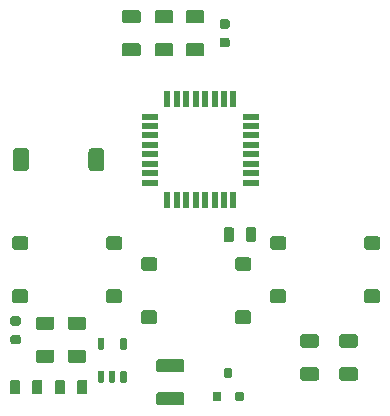
<source format=gbp>
G04 #@! TF.GenerationSoftware,KiCad,Pcbnew,5.0.2*
G04 #@! TF.CreationDate,2019-02-05T18:00:36+01:00*
G04 #@! TF.ProjectId,xling,786c696e-672e-46b6-9963-61645f706362,0.2.5*
G04 #@! TF.SameCoordinates,Original*
G04 #@! TF.FileFunction,Paste,Bot*
G04 #@! TF.FilePolarity,Positive*
%FSLAX46Y46*%
G04 Gerber Fmt 4.6, Leading zero omitted, Abs format (unit mm)*
G04 Created by KiCad (PCBNEW 5.0.2) date Tue Feb  5 18:00:36 2019*
%MOMM*%
%LPD*%
G01*
G04 APERTURE LIST*
%ADD10C,0.100000*%
%ADD11C,1.170000*%
%ADD12C,1.350000*%
%ADD13C,0.877500*%
%ADD14C,1.125000*%
%ADD15C,0.787500*%
%ADD16C,0.720000*%
%ADD17R,0.495000X1.440000*%
%ADD18R,1.440000X0.495000*%
%ADD19C,0.540000*%
G04 APERTURE END LIST*
D10*
G04 #@! TO.C,SW4*
G36*
X125231670Y-108926408D02*
X125260064Y-108930620D01*
X125287908Y-108937595D01*
X125314935Y-108947265D01*
X125340884Y-108959538D01*
X125365504Y-108974295D01*
X125388560Y-108991394D01*
X125409829Y-109010671D01*
X125429106Y-109031940D01*
X125446205Y-109054996D01*
X125460962Y-109079616D01*
X125473235Y-109105565D01*
X125482905Y-109132592D01*
X125489880Y-109160436D01*
X125494092Y-109188830D01*
X125495500Y-109217500D01*
X125495500Y-109802500D01*
X125494092Y-109831170D01*
X125489880Y-109859564D01*
X125482905Y-109887408D01*
X125473235Y-109914435D01*
X125460962Y-109940384D01*
X125446205Y-109965004D01*
X125429106Y-109988060D01*
X125409829Y-110009329D01*
X125388560Y-110028606D01*
X125365504Y-110045705D01*
X125340884Y-110060462D01*
X125314935Y-110072735D01*
X125287908Y-110082405D01*
X125260064Y-110089380D01*
X125231670Y-110093592D01*
X125203000Y-110095000D01*
X124393000Y-110095000D01*
X124364330Y-110093592D01*
X124335936Y-110089380D01*
X124308092Y-110082405D01*
X124281065Y-110072735D01*
X124255116Y-110060462D01*
X124230496Y-110045705D01*
X124207440Y-110028606D01*
X124186171Y-110009329D01*
X124166894Y-109988060D01*
X124149795Y-109965004D01*
X124135038Y-109940384D01*
X124122765Y-109914435D01*
X124113095Y-109887408D01*
X124106120Y-109859564D01*
X124101908Y-109831170D01*
X124100500Y-109802500D01*
X124100500Y-109217500D01*
X124101908Y-109188830D01*
X124106120Y-109160436D01*
X124113095Y-109132592D01*
X124122765Y-109105565D01*
X124135038Y-109079616D01*
X124149795Y-109054996D01*
X124166894Y-109031940D01*
X124186171Y-109010671D01*
X124207440Y-108991394D01*
X124230496Y-108974295D01*
X124255116Y-108959538D01*
X124281065Y-108947265D01*
X124308092Y-108937595D01*
X124335936Y-108930620D01*
X124364330Y-108926408D01*
X124393000Y-108925000D01*
X125203000Y-108925000D01*
X125231670Y-108926408D01*
X125231670Y-108926408D01*
G37*
D11*
X124798000Y-109510000D03*
D10*
G36*
X125231670Y-113426408D02*
X125260064Y-113430620D01*
X125287908Y-113437595D01*
X125314935Y-113447265D01*
X125340884Y-113459538D01*
X125365504Y-113474295D01*
X125388560Y-113491394D01*
X125409829Y-113510671D01*
X125429106Y-113531940D01*
X125446205Y-113554996D01*
X125460962Y-113579616D01*
X125473235Y-113605565D01*
X125482905Y-113632592D01*
X125489880Y-113660436D01*
X125494092Y-113688830D01*
X125495500Y-113717500D01*
X125495500Y-114302500D01*
X125494092Y-114331170D01*
X125489880Y-114359564D01*
X125482905Y-114387408D01*
X125473235Y-114414435D01*
X125460962Y-114440384D01*
X125446205Y-114465004D01*
X125429106Y-114488060D01*
X125409829Y-114509329D01*
X125388560Y-114528606D01*
X125365504Y-114545705D01*
X125340884Y-114560462D01*
X125314935Y-114572735D01*
X125287908Y-114582405D01*
X125260064Y-114589380D01*
X125231670Y-114593592D01*
X125203000Y-114595000D01*
X124393000Y-114595000D01*
X124364330Y-114593592D01*
X124335936Y-114589380D01*
X124308092Y-114582405D01*
X124281065Y-114572735D01*
X124255116Y-114560462D01*
X124230496Y-114545705D01*
X124207440Y-114528606D01*
X124186171Y-114509329D01*
X124166894Y-114488060D01*
X124149795Y-114465004D01*
X124135038Y-114440384D01*
X124122765Y-114414435D01*
X124113095Y-114387408D01*
X124106120Y-114359564D01*
X124101908Y-114331170D01*
X124100500Y-114302500D01*
X124100500Y-113717500D01*
X124101908Y-113688830D01*
X124106120Y-113660436D01*
X124113095Y-113632592D01*
X124122765Y-113605565D01*
X124135038Y-113579616D01*
X124149795Y-113554996D01*
X124166894Y-113531940D01*
X124186171Y-113510671D01*
X124207440Y-113491394D01*
X124230496Y-113474295D01*
X124255116Y-113459538D01*
X124281065Y-113447265D01*
X124308092Y-113437595D01*
X124335936Y-113430620D01*
X124364330Y-113426408D01*
X124393000Y-113425000D01*
X125203000Y-113425000D01*
X125231670Y-113426408D01*
X125231670Y-113426408D01*
G37*
D11*
X124798000Y-114010000D03*
D10*
G36*
X133191670Y-113426408D02*
X133220064Y-113430620D01*
X133247908Y-113437595D01*
X133274935Y-113447265D01*
X133300884Y-113459538D01*
X133325504Y-113474295D01*
X133348560Y-113491394D01*
X133369829Y-113510671D01*
X133389106Y-113531940D01*
X133406205Y-113554996D01*
X133420962Y-113579616D01*
X133433235Y-113605565D01*
X133442905Y-113632592D01*
X133449880Y-113660436D01*
X133454092Y-113688830D01*
X133455500Y-113717500D01*
X133455500Y-114302500D01*
X133454092Y-114331170D01*
X133449880Y-114359564D01*
X133442905Y-114387408D01*
X133433235Y-114414435D01*
X133420962Y-114440384D01*
X133406205Y-114465004D01*
X133389106Y-114488060D01*
X133369829Y-114509329D01*
X133348560Y-114528606D01*
X133325504Y-114545705D01*
X133300884Y-114560462D01*
X133274935Y-114572735D01*
X133247908Y-114582405D01*
X133220064Y-114589380D01*
X133191670Y-114593592D01*
X133163000Y-114595000D01*
X132353000Y-114595000D01*
X132324330Y-114593592D01*
X132295936Y-114589380D01*
X132268092Y-114582405D01*
X132241065Y-114572735D01*
X132215116Y-114560462D01*
X132190496Y-114545705D01*
X132167440Y-114528606D01*
X132146171Y-114509329D01*
X132126894Y-114488060D01*
X132109795Y-114465004D01*
X132095038Y-114440384D01*
X132082765Y-114414435D01*
X132073095Y-114387408D01*
X132066120Y-114359564D01*
X132061908Y-114331170D01*
X132060500Y-114302500D01*
X132060500Y-113717500D01*
X132061908Y-113688830D01*
X132066120Y-113660436D01*
X132073095Y-113632592D01*
X132082765Y-113605565D01*
X132095038Y-113579616D01*
X132109795Y-113554996D01*
X132126894Y-113531940D01*
X132146171Y-113510671D01*
X132167440Y-113491394D01*
X132190496Y-113474295D01*
X132215116Y-113459538D01*
X132241065Y-113447265D01*
X132268092Y-113437595D01*
X132295936Y-113430620D01*
X132324330Y-113426408D01*
X132353000Y-113425000D01*
X133163000Y-113425000D01*
X133191670Y-113426408D01*
X133191670Y-113426408D01*
G37*
D11*
X132758000Y-114010000D03*
D10*
G36*
X133191670Y-108926408D02*
X133220064Y-108930620D01*
X133247908Y-108937595D01*
X133274935Y-108947265D01*
X133300884Y-108959538D01*
X133325504Y-108974295D01*
X133348560Y-108991394D01*
X133369829Y-109010671D01*
X133389106Y-109031940D01*
X133406205Y-109054996D01*
X133420962Y-109079616D01*
X133433235Y-109105565D01*
X133442905Y-109132592D01*
X133449880Y-109160436D01*
X133454092Y-109188830D01*
X133455500Y-109217500D01*
X133455500Y-109802500D01*
X133454092Y-109831170D01*
X133449880Y-109859564D01*
X133442905Y-109887408D01*
X133433235Y-109914435D01*
X133420962Y-109940384D01*
X133406205Y-109965004D01*
X133389106Y-109988060D01*
X133369829Y-110009329D01*
X133348560Y-110028606D01*
X133325504Y-110045705D01*
X133300884Y-110060462D01*
X133274935Y-110072735D01*
X133247908Y-110082405D01*
X133220064Y-110089380D01*
X133191670Y-110093592D01*
X133163000Y-110095000D01*
X132353000Y-110095000D01*
X132324330Y-110093592D01*
X132295936Y-110089380D01*
X132268092Y-110082405D01*
X132241065Y-110072735D01*
X132215116Y-110060462D01*
X132190496Y-110045705D01*
X132167440Y-110028606D01*
X132146171Y-110009329D01*
X132126894Y-109988060D01*
X132109795Y-109965004D01*
X132095038Y-109940384D01*
X132082765Y-109914435D01*
X132073095Y-109887408D01*
X132066120Y-109859564D01*
X132061908Y-109831170D01*
X132060500Y-109802500D01*
X132060500Y-109217500D01*
X132061908Y-109188830D01*
X132066120Y-109160436D01*
X132073095Y-109132592D01*
X132082765Y-109105565D01*
X132095038Y-109079616D01*
X132109795Y-109054996D01*
X132126894Y-109031940D01*
X132146171Y-109010671D01*
X132167440Y-108991394D01*
X132190496Y-108974295D01*
X132215116Y-108959538D01*
X132241065Y-108947265D01*
X132268092Y-108937595D01*
X132295936Y-108930620D01*
X132324330Y-108926408D01*
X132353000Y-108925000D01*
X133163000Y-108925000D01*
X133191670Y-108926408D01*
X133191670Y-108926408D01*
G37*
D11*
X132758000Y-109510000D03*
G04 #@! TD*
D10*
G04 #@! TO.C,SW3*
G36*
X136153670Y-110704408D02*
X136182064Y-110708620D01*
X136209908Y-110715595D01*
X136236935Y-110725265D01*
X136262884Y-110737538D01*
X136287504Y-110752295D01*
X136310560Y-110769394D01*
X136331829Y-110788671D01*
X136351106Y-110809940D01*
X136368205Y-110832996D01*
X136382962Y-110857616D01*
X136395235Y-110883565D01*
X136404905Y-110910592D01*
X136411880Y-110938436D01*
X136416092Y-110966830D01*
X136417500Y-110995500D01*
X136417500Y-111580500D01*
X136416092Y-111609170D01*
X136411880Y-111637564D01*
X136404905Y-111665408D01*
X136395235Y-111692435D01*
X136382962Y-111718384D01*
X136368205Y-111743004D01*
X136351106Y-111766060D01*
X136331829Y-111787329D01*
X136310560Y-111806606D01*
X136287504Y-111823705D01*
X136262884Y-111838462D01*
X136236935Y-111850735D01*
X136209908Y-111860405D01*
X136182064Y-111867380D01*
X136153670Y-111871592D01*
X136125000Y-111873000D01*
X135315000Y-111873000D01*
X135286330Y-111871592D01*
X135257936Y-111867380D01*
X135230092Y-111860405D01*
X135203065Y-111850735D01*
X135177116Y-111838462D01*
X135152496Y-111823705D01*
X135129440Y-111806606D01*
X135108171Y-111787329D01*
X135088894Y-111766060D01*
X135071795Y-111743004D01*
X135057038Y-111718384D01*
X135044765Y-111692435D01*
X135035095Y-111665408D01*
X135028120Y-111637564D01*
X135023908Y-111609170D01*
X135022500Y-111580500D01*
X135022500Y-110995500D01*
X135023908Y-110966830D01*
X135028120Y-110938436D01*
X135035095Y-110910592D01*
X135044765Y-110883565D01*
X135057038Y-110857616D01*
X135071795Y-110832996D01*
X135088894Y-110809940D01*
X135108171Y-110788671D01*
X135129440Y-110769394D01*
X135152496Y-110752295D01*
X135177116Y-110737538D01*
X135203065Y-110725265D01*
X135230092Y-110715595D01*
X135257936Y-110708620D01*
X135286330Y-110704408D01*
X135315000Y-110703000D01*
X136125000Y-110703000D01*
X136153670Y-110704408D01*
X136153670Y-110704408D01*
G37*
D11*
X135720000Y-111288000D03*
D10*
G36*
X136153670Y-115204408D02*
X136182064Y-115208620D01*
X136209908Y-115215595D01*
X136236935Y-115225265D01*
X136262884Y-115237538D01*
X136287504Y-115252295D01*
X136310560Y-115269394D01*
X136331829Y-115288671D01*
X136351106Y-115309940D01*
X136368205Y-115332996D01*
X136382962Y-115357616D01*
X136395235Y-115383565D01*
X136404905Y-115410592D01*
X136411880Y-115438436D01*
X136416092Y-115466830D01*
X136417500Y-115495500D01*
X136417500Y-116080500D01*
X136416092Y-116109170D01*
X136411880Y-116137564D01*
X136404905Y-116165408D01*
X136395235Y-116192435D01*
X136382962Y-116218384D01*
X136368205Y-116243004D01*
X136351106Y-116266060D01*
X136331829Y-116287329D01*
X136310560Y-116306606D01*
X136287504Y-116323705D01*
X136262884Y-116338462D01*
X136236935Y-116350735D01*
X136209908Y-116360405D01*
X136182064Y-116367380D01*
X136153670Y-116371592D01*
X136125000Y-116373000D01*
X135315000Y-116373000D01*
X135286330Y-116371592D01*
X135257936Y-116367380D01*
X135230092Y-116360405D01*
X135203065Y-116350735D01*
X135177116Y-116338462D01*
X135152496Y-116323705D01*
X135129440Y-116306606D01*
X135108171Y-116287329D01*
X135088894Y-116266060D01*
X135071795Y-116243004D01*
X135057038Y-116218384D01*
X135044765Y-116192435D01*
X135035095Y-116165408D01*
X135028120Y-116137564D01*
X135023908Y-116109170D01*
X135022500Y-116080500D01*
X135022500Y-115495500D01*
X135023908Y-115466830D01*
X135028120Y-115438436D01*
X135035095Y-115410592D01*
X135044765Y-115383565D01*
X135057038Y-115357616D01*
X135071795Y-115332996D01*
X135088894Y-115309940D01*
X135108171Y-115288671D01*
X135129440Y-115269394D01*
X135152496Y-115252295D01*
X135177116Y-115237538D01*
X135203065Y-115225265D01*
X135230092Y-115215595D01*
X135257936Y-115208620D01*
X135286330Y-115204408D01*
X135315000Y-115203000D01*
X136125000Y-115203000D01*
X136153670Y-115204408D01*
X136153670Y-115204408D01*
G37*
D11*
X135720000Y-115788000D03*
D10*
G36*
X144113670Y-115204408D02*
X144142064Y-115208620D01*
X144169908Y-115215595D01*
X144196935Y-115225265D01*
X144222884Y-115237538D01*
X144247504Y-115252295D01*
X144270560Y-115269394D01*
X144291829Y-115288671D01*
X144311106Y-115309940D01*
X144328205Y-115332996D01*
X144342962Y-115357616D01*
X144355235Y-115383565D01*
X144364905Y-115410592D01*
X144371880Y-115438436D01*
X144376092Y-115466830D01*
X144377500Y-115495500D01*
X144377500Y-116080500D01*
X144376092Y-116109170D01*
X144371880Y-116137564D01*
X144364905Y-116165408D01*
X144355235Y-116192435D01*
X144342962Y-116218384D01*
X144328205Y-116243004D01*
X144311106Y-116266060D01*
X144291829Y-116287329D01*
X144270560Y-116306606D01*
X144247504Y-116323705D01*
X144222884Y-116338462D01*
X144196935Y-116350735D01*
X144169908Y-116360405D01*
X144142064Y-116367380D01*
X144113670Y-116371592D01*
X144085000Y-116373000D01*
X143275000Y-116373000D01*
X143246330Y-116371592D01*
X143217936Y-116367380D01*
X143190092Y-116360405D01*
X143163065Y-116350735D01*
X143137116Y-116338462D01*
X143112496Y-116323705D01*
X143089440Y-116306606D01*
X143068171Y-116287329D01*
X143048894Y-116266060D01*
X143031795Y-116243004D01*
X143017038Y-116218384D01*
X143004765Y-116192435D01*
X142995095Y-116165408D01*
X142988120Y-116137564D01*
X142983908Y-116109170D01*
X142982500Y-116080500D01*
X142982500Y-115495500D01*
X142983908Y-115466830D01*
X142988120Y-115438436D01*
X142995095Y-115410592D01*
X143004765Y-115383565D01*
X143017038Y-115357616D01*
X143031795Y-115332996D01*
X143048894Y-115309940D01*
X143068171Y-115288671D01*
X143089440Y-115269394D01*
X143112496Y-115252295D01*
X143137116Y-115237538D01*
X143163065Y-115225265D01*
X143190092Y-115215595D01*
X143217936Y-115208620D01*
X143246330Y-115204408D01*
X143275000Y-115203000D01*
X144085000Y-115203000D01*
X144113670Y-115204408D01*
X144113670Y-115204408D01*
G37*
D11*
X143680000Y-115788000D03*
D10*
G36*
X144113670Y-110704408D02*
X144142064Y-110708620D01*
X144169908Y-110715595D01*
X144196935Y-110725265D01*
X144222884Y-110737538D01*
X144247504Y-110752295D01*
X144270560Y-110769394D01*
X144291829Y-110788671D01*
X144311106Y-110809940D01*
X144328205Y-110832996D01*
X144342962Y-110857616D01*
X144355235Y-110883565D01*
X144364905Y-110910592D01*
X144371880Y-110938436D01*
X144376092Y-110966830D01*
X144377500Y-110995500D01*
X144377500Y-111580500D01*
X144376092Y-111609170D01*
X144371880Y-111637564D01*
X144364905Y-111665408D01*
X144355235Y-111692435D01*
X144342962Y-111718384D01*
X144328205Y-111743004D01*
X144311106Y-111766060D01*
X144291829Y-111787329D01*
X144270560Y-111806606D01*
X144247504Y-111823705D01*
X144222884Y-111838462D01*
X144196935Y-111850735D01*
X144169908Y-111860405D01*
X144142064Y-111867380D01*
X144113670Y-111871592D01*
X144085000Y-111873000D01*
X143275000Y-111873000D01*
X143246330Y-111871592D01*
X143217936Y-111867380D01*
X143190092Y-111860405D01*
X143163065Y-111850735D01*
X143137116Y-111838462D01*
X143112496Y-111823705D01*
X143089440Y-111806606D01*
X143068171Y-111787329D01*
X143048894Y-111766060D01*
X143031795Y-111743004D01*
X143017038Y-111718384D01*
X143004765Y-111692435D01*
X142995095Y-111665408D01*
X142988120Y-111637564D01*
X142983908Y-111609170D01*
X142982500Y-111580500D01*
X142982500Y-110995500D01*
X142983908Y-110966830D01*
X142988120Y-110938436D01*
X142995095Y-110910592D01*
X143004765Y-110883565D01*
X143017038Y-110857616D01*
X143031795Y-110832996D01*
X143048894Y-110809940D01*
X143068171Y-110788671D01*
X143089440Y-110769394D01*
X143112496Y-110752295D01*
X143137116Y-110737538D01*
X143163065Y-110725265D01*
X143190092Y-110715595D01*
X143217936Y-110708620D01*
X143246330Y-110704408D01*
X143275000Y-110703000D01*
X144085000Y-110703000D01*
X144113670Y-110704408D01*
X144113670Y-110704408D01*
G37*
D11*
X143680000Y-111288000D03*
G04 #@! TD*
D10*
G04 #@! TO.C,SW2*
G36*
X147075670Y-108926408D02*
X147104064Y-108930620D01*
X147131908Y-108937595D01*
X147158935Y-108947265D01*
X147184884Y-108959538D01*
X147209504Y-108974295D01*
X147232560Y-108991394D01*
X147253829Y-109010671D01*
X147273106Y-109031940D01*
X147290205Y-109054996D01*
X147304962Y-109079616D01*
X147317235Y-109105565D01*
X147326905Y-109132592D01*
X147333880Y-109160436D01*
X147338092Y-109188830D01*
X147339500Y-109217500D01*
X147339500Y-109802500D01*
X147338092Y-109831170D01*
X147333880Y-109859564D01*
X147326905Y-109887408D01*
X147317235Y-109914435D01*
X147304962Y-109940384D01*
X147290205Y-109965004D01*
X147273106Y-109988060D01*
X147253829Y-110009329D01*
X147232560Y-110028606D01*
X147209504Y-110045705D01*
X147184884Y-110060462D01*
X147158935Y-110072735D01*
X147131908Y-110082405D01*
X147104064Y-110089380D01*
X147075670Y-110093592D01*
X147047000Y-110095000D01*
X146237000Y-110095000D01*
X146208330Y-110093592D01*
X146179936Y-110089380D01*
X146152092Y-110082405D01*
X146125065Y-110072735D01*
X146099116Y-110060462D01*
X146074496Y-110045705D01*
X146051440Y-110028606D01*
X146030171Y-110009329D01*
X146010894Y-109988060D01*
X145993795Y-109965004D01*
X145979038Y-109940384D01*
X145966765Y-109914435D01*
X145957095Y-109887408D01*
X145950120Y-109859564D01*
X145945908Y-109831170D01*
X145944500Y-109802500D01*
X145944500Y-109217500D01*
X145945908Y-109188830D01*
X145950120Y-109160436D01*
X145957095Y-109132592D01*
X145966765Y-109105565D01*
X145979038Y-109079616D01*
X145993795Y-109054996D01*
X146010894Y-109031940D01*
X146030171Y-109010671D01*
X146051440Y-108991394D01*
X146074496Y-108974295D01*
X146099116Y-108959538D01*
X146125065Y-108947265D01*
X146152092Y-108937595D01*
X146179936Y-108930620D01*
X146208330Y-108926408D01*
X146237000Y-108925000D01*
X147047000Y-108925000D01*
X147075670Y-108926408D01*
X147075670Y-108926408D01*
G37*
D11*
X146642000Y-109510000D03*
D10*
G36*
X147075670Y-113426408D02*
X147104064Y-113430620D01*
X147131908Y-113437595D01*
X147158935Y-113447265D01*
X147184884Y-113459538D01*
X147209504Y-113474295D01*
X147232560Y-113491394D01*
X147253829Y-113510671D01*
X147273106Y-113531940D01*
X147290205Y-113554996D01*
X147304962Y-113579616D01*
X147317235Y-113605565D01*
X147326905Y-113632592D01*
X147333880Y-113660436D01*
X147338092Y-113688830D01*
X147339500Y-113717500D01*
X147339500Y-114302500D01*
X147338092Y-114331170D01*
X147333880Y-114359564D01*
X147326905Y-114387408D01*
X147317235Y-114414435D01*
X147304962Y-114440384D01*
X147290205Y-114465004D01*
X147273106Y-114488060D01*
X147253829Y-114509329D01*
X147232560Y-114528606D01*
X147209504Y-114545705D01*
X147184884Y-114560462D01*
X147158935Y-114572735D01*
X147131908Y-114582405D01*
X147104064Y-114589380D01*
X147075670Y-114593592D01*
X147047000Y-114595000D01*
X146237000Y-114595000D01*
X146208330Y-114593592D01*
X146179936Y-114589380D01*
X146152092Y-114582405D01*
X146125065Y-114572735D01*
X146099116Y-114560462D01*
X146074496Y-114545705D01*
X146051440Y-114528606D01*
X146030171Y-114509329D01*
X146010894Y-114488060D01*
X145993795Y-114465004D01*
X145979038Y-114440384D01*
X145966765Y-114414435D01*
X145957095Y-114387408D01*
X145950120Y-114359564D01*
X145945908Y-114331170D01*
X145944500Y-114302500D01*
X145944500Y-113717500D01*
X145945908Y-113688830D01*
X145950120Y-113660436D01*
X145957095Y-113632592D01*
X145966765Y-113605565D01*
X145979038Y-113579616D01*
X145993795Y-113554996D01*
X146010894Y-113531940D01*
X146030171Y-113510671D01*
X146051440Y-113491394D01*
X146074496Y-113474295D01*
X146099116Y-113459538D01*
X146125065Y-113447265D01*
X146152092Y-113437595D01*
X146179936Y-113430620D01*
X146208330Y-113426408D01*
X146237000Y-113425000D01*
X147047000Y-113425000D01*
X147075670Y-113426408D01*
X147075670Y-113426408D01*
G37*
D11*
X146642000Y-114010000D03*
D10*
G36*
X155035670Y-113426408D02*
X155064064Y-113430620D01*
X155091908Y-113437595D01*
X155118935Y-113447265D01*
X155144884Y-113459538D01*
X155169504Y-113474295D01*
X155192560Y-113491394D01*
X155213829Y-113510671D01*
X155233106Y-113531940D01*
X155250205Y-113554996D01*
X155264962Y-113579616D01*
X155277235Y-113605565D01*
X155286905Y-113632592D01*
X155293880Y-113660436D01*
X155298092Y-113688830D01*
X155299500Y-113717500D01*
X155299500Y-114302500D01*
X155298092Y-114331170D01*
X155293880Y-114359564D01*
X155286905Y-114387408D01*
X155277235Y-114414435D01*
X155264962Y-114440384D01*
X155250205Y-114465004D01*
X155233106Y-114488060D01*
X155213829Y-114509329D01*
X155192560Y-114528606D01*
X155169504Y-114545705D01*
X155144884Y-114560462D01*
X155118935Y-114572735D01*
X155091908Y-114582405D01*
X155064064Y-114589380D01*
X155035670Y-114593592D01*
X155007000Y-114595000D01*
X154197000Y-114595000D01*
X154168330Y-114593592D01*
X154139936Y-114589380D01*
X154112092Y-114582405D01*
X154085065Y-114572735D01*
X154059116Y-114560462D01*
X154034496Y-114545705D01*
X154011440Y-114528606D01*
X153990171Y-114509329D01*
X153970894Y-114488060D01*
X153953795Y-114465004D01*
X153939038Y-114440384D01*
X153926765Y-114414435D01*
X153917095Y-114387408D01*
X153910120Y-114359564D01*
X153905908Y-114331170D01*
X153904500Y-114302500D01*
X153904500Y-113717500D01*
X153905908Y-113688830D01*
X153910120Y-113660436D01*
X153917095Y-113632592D01*
X153926765Y-113605565D01*
X153939038Y-113579616D01*
X153953795Y-113554996D01*
X153970894Y-113531940D01*
X153990171Y-113510671D01*
X154011440Y-113491394D01*
X154034496Y-113474295D01*
X154059116Y-113459538D01*
X154085065Y-113447265D01*
X154112092Y-113437595D01*
X154139936Y-113430620D01*
X154168330Y-113426408D01*
X154197000Y-113425000D01*
X155007000Y-113425000D01*
X155035670Y-113426408D01*
X155035670Y-113426408D01*
G37*
D11*
X154602000Y-114010000D03*
D10*
G36*
X155035670Y-108926408D02*
X155064064Y-108930620D01*
X155091908Y-108937595D01*
X155118935Y-108947265D01*
X155144884Y-108959538D01*
X155169504Y-108974295D01*
X155192560Y-108991394D01*
X155213829Y-109010671D01*
X155233106Y-109031940D01*
X155250205Y-109054996D01*
X155264962Y-109079616D01*
X155277235Y-109105565D01*
X155286905Y-109132592D01*
X155293880Y-109160436D01*
X155298092Y-109188830D01*
X155299500Y-109217500D01*
X155299500Y-109802500D01*
X155298092Y-109831170D01*
X155293880Y-109859564D01*
X155286905Y-109887408D01*
X155277235Y-109914435D01*
X155264962Y-109940384D01*
X155250205Y-109965004D01*
X155233106Y-109988060D01*
X155213829Y-110009329D01*
X155192560Y-110028606D01*
X155169504Y-110045705D01*
X155144884Y-110060462D01*
X155118935Y-110072735D01*
X155091908Y-110082405D01*
X155064064Y-110089380D01*
X155035670Y-110093592D01*
X155007000Y-110095000D01*
X154197000Y-110095000D01*
X154168330Y-110093592D01*
X154139936Y-110089380D01*
X154112092Y-110082405D01*
X154085065Y-110072735D01*
X154059116Y-110060462D01*
X154034496Y-110045705D01*
X154011440Y-110028606D01*
X153990171Y-110009329D01*
X153970894Y-109988060D01*
X153953795Y-109965004D01*
X153939038Y-109940384D01*
X153926765Y-109914435D01*
X153917095Y-109887408D01*
X153910120Y-109859564D01*
X153905908Y-109831170D01*
X153904500Y-109802500D01*
X153904500Y-109217500D01*
X153905908Y-109188830D01*
X153910120Y-109160436D01*
X153917095Y-109132592D01*
X153926765Y-109105565D01*
X153939038Y-109079616D01*
X153953795Y-109054996D01*
X153970894Y-109031940D01*
X153990171Y-109010671D01*
X154011440Y-108991394D01*
X154034496Y-108974295D01*
X154059116Y-108959538D01*
X154085065Y-108947265D01*
X154112092Y-108937595D01*
X154139936Y-108930620D01*
X154168330Y-108926408D01*
X154197000Y-108925000D01*
X155007000Y-108925000D01*
X155035670Y-108926408D01*
X155035670Y-108926408D01*
G37*
D11*
X154602000Y-109510000D03*
G04 #@! TD*
D10*
G04 #@! TO.C,L2*
G36*
X131620581Y-101461625D02*
X131653343Y-101466485D01*
X131685471Y-101474533D01*
X131716656Y-101485691D01*
X131746596Y-101499852D01*
X131775005Y-101516879D01*
X131801608Y-101536609D01*
X131826149Y-101558851D01*
X131848391Y-101583392D01*
X131868121Y-101609995D01*
X131885148Y-101638404D01*
X131899309Y-101668344D01*
X131910467Y-101699529D01*
X131918515Y-101731657D01*
X131923375Y-101764419D01*
X131925000Y-101797500D01*
X131925000Y-103102500D01*
X131923375Y-103135581D01*
X131918515Y-103168343D01*
X131910467Y-103200471D01*
X131899309Y-103231656D01*
X131885148Y-103261596D01*
X131868121Y-103290005D01*
X131848391Y-103316608D01*
X131826149Y-103341149D01*
X131801608Y-103363391D01*
X131775005Y-103383121D01*
X131746596Y-103400148D01*
X131716656Y-103414309D01*
X131685471Y-103425467D01*
X131653343Y-103433515D01*
X131620581Y-103438375D01*
X131587500Y-103440000D01*
X130912500Y-103440000D01*
X130879419Y-103438375D01*
X130846657Y-103433515D01*
X130814529Y-103425467D01*
X130783344Y-103414309D01*
X130753404Y-103400148D01*
X130724995Y-103383121D01*
X130698392Y-103363391D01*
X130673851Y-103341149D01*
X130651609Y-103316608D01*
X130631879Y-103290005D01*
X130614852Y-103261596D01*
X130600691Y-103231656D01*
X130589533Y-103200471D01*
X130581485Y-103168343D01*
X130576625Y-103135581D01*
X130575000Y-103102500D01*
X130575000Y-101797500D01*
X130576625Y-101764419D01*
X130581485Y-101731657D01*
X130589533Y-101699529D01*
X130600691Y-101668344D01*
X130614852Y-101638404D01*
X130631879Y-101609995D01*
X130651609Y-101583392D01*
X130673851Y-101558851D01*
X130698392Y-101536609D01*
X130724995Y-101516879D01*
X130753404Y-101499852D01*
X130783344Y-101485691D01*
X130814529Y-101474533D01*
X130846657Y-101466485D01*
X130879419Y-101461625D01*
X130912500Y-101460000D01*
X131587500Y-101460000D01*
X131620581Y-101461625D01*
X131620581Y-101461625D01*
G37*
D12*
X131250000Y-102450000D03*
D10*
G36*
X125220581Y-101461625D02*
X125253343Y-101466485D01*
X125285471Y-101474533D01*
X125316656Y-101485691D01*
X125346596Y-101499852D01*
X125375005Y-101516879D01*
X125401608Y-101536609D01*
X125426149Y-101558851D01*
X125448391Y-101583392D01*
X125468121Y-101609995D01*
X125485148Y-101638404D01*
X125499309Y-101668344D01*
X125510467Y-101699529D01*
X125518515Y-101731657D01*
X125523375Y-101764419D01*
X125525000Y-101797500D01*
X125525000Y-103102500D01*
X125523375Y-103135581D01*
X125518515Y-103168343D01*
X125510467Y-103200471D01*
X125499309Y-103231656D01*
X125485148Y-103261596D01*
X125468121Y-103290005D01*
X125448391Y-103316608D01*
X125426149Y-103341149D01*
X125401608Y-103363391D01*
X125375005Y-103383121D01*
X125346596Y-103400148D01*
X125316656Y-103414309D01*
X125285471Y-103425467D01*
X125253343Y-103433515D01*
X125220581Y-103438375D01*
X125187500Y-103440000D01*
X124512500Y-103440000D01*
X124479419Y-103438375D01*
X124446657Y-103433515D01*
X124414529Y-103425467D01*
X124383344Y-103414309D01*
X124353404Y-103400148D01*
X124324995Y-103383121D01*
X124298392Y-103363391D01*
X124273851Y-103341149D01*
X124251609Y-103316608D01*
X124231879Y-103290005D01*
X124214852Y-103261596D01*
X124200691Y-103231656D01*
X124189533Y-103200471D01*
X124181485Y-103168343D01*
X124176625Y-103135581D01*
X124175000Y-103102500D01*
X124175000Y-101797500D01*
X124176625Y-101764419D01*
X124181485Y-101731657D01*
X124189533Y-101699529D01*
X124200691Y-101668344D01*
X124214852Y-101638404D01*
X124231879Y-101609995D01*
X124251609Y-101583392D01*
X124273851Y-101558851D01*
X124298392Y-101536609D01*
X124324995Y-101516879D01*
X124353404Y-101499852D01*
X124383344Y-101485691D01*
X124414529Y-101474533D01*
X124446657Y-101466485D01*
X124479419Y-101461625D01*
X124512500Y-101460000D01*
X125187500Y-101460000D01*
X125220581Y-101461625D01*
X125220581Y-101461625D01*
G37*
D12*
X124850000Y-102450000D03*
G04 #@! TD*
D10*
G04 #@! TO.C,C1*
G36*
X128403378Y-121071056D02*
X128424673Y-121074215D01*
X128445556Y-121079446D01*
X128465826Y-121086699D01*
X128485288Y-121095904D01*
X128503753Y-121106971D01*
X128521045Y-121119796D01*
X128536997Y-121134253D01*
X128551454Y-121150205D01*
X128564279Y-121167497D01*
X128575346Y-121185962D01*
X128584551Y-121205424D01*
X128591804Y-121225694D01*
X128597035Y-121246577D01*
X128600194Y-121267872D01*
X128601250Y-121289375D01*
X128601250Y-122110625D01*
X128600194Y-122132128D01*
X128597035Y-122153423D01*
X128591804Y-122174306D01*
X128584551Y-122194576D01*
X128575346Y-122214038D01*
X128564279Y-122232503D01*
X128551454Y-122249795D01*
X128536997Y-122265747D01*
X128521045Y-122280204D01*
X128503753Y-122293029D01*
X128485288Y-122304096D01*
X128465826Y-122313301D01*
X128445556Y-122320554D01*
X128424673Y-122325785D01*
X128403378Y-122328944D01*
X128381875Y-122330000D01*
X127943125Y-122330000D01*
X127921622Y-122328944D01*
X127900327Y-122325785D01*
X127879444Y-122320554D01*
X127859174Y-122313301D01*
X127839712Y-122304096D01*
X127821247Y-122293029D01*
X127803955Y-122280204D01*
X127788003Y-122265747D01*
X127773546Y-122249795D01*
X127760721Y-122232503D01*
X127749654Y-122214038D01*
X127740449Y-122194576D01*
X127733196Y-122174306D01*
X127727965Y-122153423D01*
X127724806Y-122132128D01*
X127723750Y-122110625D01*
X127723750Y-121289375D01*
X127724806Y-121267872D01*
X127727965Y-121246577D01*
X127733196Y-121225694D01*
X127740449Y-121205424D01*
X127749654Y-121185962D01*
X127760721Y-121167497D01*
X127773546Y-121150205D01*
X127788003Y-121134253D01*
X127803955Y-121119796D01*
X127821247Y-121106971D01*
X127839712Y-121095904D01*
X127859174Y-121086699D01*
X127879444Y-121079446D01*
X127900327Y-121074215D01*
X127921622Y-121071056D01*
X127943125Y-121070000D01*
X128381875Y-121070000D01*
X128403378Y-121071056D01*
X128403378Y-121071056D01*
G37*
D13*
X128162500Y-121700000D03*
D10*
G36*
X130278378Y-121071056D02*
X130299673Y-121074215D01*
X130320556Y-121079446D01*
X130340826Y-121086699D01*
X130360288Y-121095904D01*
X130378753Y-121106971D01*
X130396045Y-121119796D01*
X130411997Y-121134253D01*
X130426454Y-121150205D01*
X130439279Y-121167497D01*
X130450346Y-121185962D01*
X130459551Y-121205424D01*
X130466804Y-121225694D01*
X130472035Y-121246577D01*
X130475194Y-121267872D01*
X130476250Y-121289375D01*
X130476250Y-122110625D01*
X130475194Y-122132128D01*
X130472035Y-122153423D01*
X130466804Y-122174306D01*
X130459551Y-122194576D01*
X130450346Y-122214038D01*
X130439279Y-122232503D01*
X130426454Y-122249795D01*
X130411997Y-122265747D01*
X130396045Y-122280204D01*
X130378753Y-122293029D01*
X130360288Y-122304096D01*
X130340826Y-122313301D01*
X130320556Y-122320554D01*
X130299673Y-122325785D01*
X130278378Y-122328944D01*
X130256875Y-122330000D01*
X129818125Y-122330000D01*
X129796622Y-122328944D01*
X129775327Y-122325785D01*
X129754444Y-122320554D01*
X129734174Y-122313301D01*
X129714712Y-122304096D01*
X129696247Y-122293029D01*
X129678955Y-122280204D01*
X129663003Y-122265747D01*
X129648546Y-122249795D01*
X129635721Y-122232503D01*
X129624654Y-122214038D01*
X129615449Y-122194576D01*
X129608196Y-122174306D01*
X129602965Y-122153423D01*
X129599806Y-122132128D01*
X129598750Y-122110625D01*
X129598750Y-121289375D01*
X129599806Y-121267872D01*
X129602965Y-121246577D01*
X129608196Y-121225694D01*
X129615449Y-121205424D01*
X129624654Y-121185962D01*
X129635721Y-121167497D01*
X129648546Y-121150205D01*
X129663003Y-121134253D01*
X129678955Y-121119796D01*
X129696247Y-121106971D01*
X129714712Y-121095904D01*
X129734174Y-121086699D01*
X129754444Y-121079446D01*
X129775327Y-121074215D01*
X129796622Y-121071056D01*
X129818125Y-121070000D01*
X130256875Y-121070000D01*
X130278378Y-121071056D01*
X130278378Y-121071056D01*
G37*
D13*
X130037500Y-121700000D03*
G04 #@! TD*
D10*
G04 #@! TO.C,C2*
G36*
X134784554Y-92588583D02*
X134806395Y-92591823D01*
X134827814Y-92597188D01*
X134848604Y-92604627D01*
X134868564Y-92614068D01*
X134887503Y-92625419D01*
X134905238Y-92638573D01*
X134921599Y-92653401D01*
X134936427Y-92669762D01*
X134949581Y-92687497D01*
X134960932Y-92706436D01*
X134970373Y-92726396D01*
X134977812Y-92747186D01*
X134983177Y-92768605D01*
X134986417Y-92790446D01*
X134987500Y-92812500D01*
X134987500Y-93487500D01*
X134986417Y-93509554D01*
X134983177Y-93531395D01*
X134977812Y-93552814D01*
X134970373Y-93573604D01*
X134960932Y-93593564D01*
X134949581Y-93612503D01*
X134936427Y-93630238D01*
X134921599Y-93646599D01*
X134905238Y-93661427D01*
X134887503Y-93674581D01*
X134868564Y-93685932D01*
X134848604Y-93695373D01*
X134827814Y-93702812D01*
X134806395Y-93708177D01*
X134784554Y-93711417D01*
X134762500Y-93712500D01*
X133637500Y-93712500D01*
X133615446Y-93711417D01*
X133593605Y-93708177D01*
X133572186Y-93702812D01*
X133551396Y-93695373D01*
X133531436Y-93685932D01*
X133512497Y-93674581D01*
X133494762Y-93661427D01*
X133478401Y-93646599D01*
X133463573Y-93630238D01*
X133450419Y-93612503D01*
X133439068Y-93593564D01*
X133429627Y-93573604D01*
X133422188Y-93552814D01*
X133416823Y-93531395D01*
X133413583Y-93509554D01*
X133412500Y-93487500D01*
X133412500Y-92812500D01*
X133413583Y-92790446D01*
X133416823Y-92768605D01*
X133422188Y-92747186D01*
X133429627Y-92726396D01*
X133439068Y-92706436D01*
X133450419Y-92687497D01*
X133463573Y-92669762D01*
X133478401Y-92653401D01*
X133494762Y-92638573D01*
X133512497Y-92625419D01*
X133531436Y-92614068D01*
X133551396Y-92604627D01*
X133572186Y-92597188D01*
X133593605Y-92591823D01*
X133615446Y-92588583D01*
X133637500Y-92587500D01*
X134762500Y-92587500D01*
X134784554Y-92588583D01*
X134784554Y-92588583D01*
G37*
D14*
X134200000Y-93150000D03*
D10*
G36*
X134784554Y-89788583D02*
X134806395Y-89791823D01*
X134827814Y-89797188D01*
X134848604Y-89804627D01*
X134868564Y-89814068D01*
X134887503Y-89825419D01*
X134905238Y-89838573D01*
X134921599Y-89853401D01*
X134936427Y-89869762D01*
X134949581Y-89887497D01*
X134960932Y-89906436D01*
X134970373Y-89926396D01*
X134977812Y-89947186D01*
X134983177Y-89968605D01*
X134986417Y-89990446D01*
X134987500Y-90012500D01*
X134987500Y-90687500D01*
X134986417Y-90709554D01*
X134983177Y-90731395D01*
X134977812Y-90752814D01*
X134970373Y-90773604D01*
X134960932Y-90793564D01*
X134949581Y-90812503D01*
X134936427Y-90830238D01*
X134921599Y-90846599D01*
X134905238Y-90861427D01*
X134887503Y-90874581D01*
X134868564Y-90885932D01*
X134848604Y-90895373D01*
X134827814Y-90902812D01*
X134806395Y-90908177D01*
X134784554Y-90911417D01*
X134762500Y-90912500D01*
X133637500Y-90912500D01*
X133615446Y-90911417D01*
X133593605Y-90908177D01*
X133572186Y-90902812D01*
X133551396Y-90895373D01*
X133531436Y-90885932D01*
X133512497Y-90874581D01*
X133494762Y-90861427D01*
X133478401Y-90846599D01*
X133463573Y-90830238D01*
X133450419Y-90812503D01*
X133439068Y-90793564D01*
X133429627Y-90773604D01*
X133422188Y-90752814D01*
X133416823Y-90731395D01*
X133413583Y-90709554D01*
X133412500Y-90687500D01*
X133412500Y-90012500D01*
X133413583Y-89990446D01*
X133416823Y-89968605D01*
X133422188Y-89947186D01*
X133429627Y-89926396D01*
X133439068Y-89906436D01*
X133450419Y-89887497D01*
X133463573Y-89869762D01*
X133478401Y-89853401D01*
X133494762Y-89838573D01*
X133512497Y-89825419D01*
X133531436Y-89814068D01*
X133551396Y-89804627D01*
X133572186Y-89797188D01*
X133593605Y-89791823D01*
X133615446Y-89788583D01*
X133637500Y-89787500D01*
X134762500Y-89787500D01*
X134784554Y-89788583D01*
X134784554Y-89788583D01*
G37*
D14*
X134200000Y-90350000D03*
G04 #@! TD*
D10*
G04 #@! TO.C,C5*
G36*
X130184554Y-118538583D02*
X130206395Y-118541823D01*
X130227814Y-118547188D01*
X130248604Y-118554627D01*
X130268564Y-118564068D01*
X130287503Y-118575419D01*
X130305238Y-118588573D01*
X130321599Y-118603401D01*
X130336427Y-118619762D01*
X130349581Y-118637497D01*
X130360932Y-118656436D01*
X130370373Y-118676396D01*
X130377812Y-118697186D01*
X130383177Y-118718605D01*
X130386417Y-118740446D01*
X130387500Y-118762500D01*
X130387500Y-119437500D01*
X130386417Y-119459554D01*
X130383177Y-119481395D01*
X130377812Y-119502814D01*
X130370373Y-119523604D01*
X130360932Y-119543564D01*
X130349581Y-119562503D01*
X130336427Y-119580238D01*
X130321599Y-119596599D01*
X130305238Y-119611427D01*
X130287503Y-119624581D01*
X130268564Y-119635932D01*
X130248604Y-119645373D01*
X130227814Y-119652812D01*
X130206395Y-119658177D01*
X130184554Y-119661417D01*
X130162500Y-119662500D01*
X129037500Y-119662500D01*
X129015446Y-119661417D01*
X128993605Y-119658177D01*
X128972186Y-119652812D01*
X128951396Y-119645373D01*
X128931436Y-119635932D01*
X128912497Y-119624581D01*
X128894762Y-119611427D01*
X128878401Y-119596599D01*
X128863573Y-119580238D01*
X128850419Y-119562503D01*
X128839068Y-119543564D01*
X128829627Y-119523604D01*
X128822188Y-119502814D01*
X128816823Y-119481395D01*
X128813583Y-119459554D01*
X128812500Y-119437500D01*
X128812500Y-118762500D01*
X128813583Y-118740446D01*
X128816823Y-118718605D01*
X128822188Y-118697186D01*
X128829627Y-118676396D01*
X128839068Y-118656436D01*
X128850419Y-118637497D01*
X128863573Y-118619762D01*
X128878401Y-118603401D01*
X128894762Y-118588573D01*
X128912497Y-118575419D01*
X128931436Y-118564068D01*
X128951396Y-118554627D01*
X128972186Y-118547188D01*
X128993605Y-118541823D01*
X129015446Y-118538583D01*
X129037500Y-118537500D01*
X130162500Y-118537500D01*
X130184554Y-118538583D01*
X130184554Y-118538583D01*
G37*
D14*
X129600000Y-119100000D03*
D10*
G36*
X130184554Y-115738583D02*
X130206395Y-115741823D01*
X130227814Y-115747188D01*
X130248604Y-115754627D01*
X130268564Y-115764068D01*
X130287503Y-115775419D01*
X130305238Y-115788573D01*
X130321599Y-115803401D01*
X130336427Y-115819762D01*
X130349581Y-115837497D01*
X130360932Y-115856436D01*
X130370373Y-115876396D01*
X130377812Y-115897186D01*
X130383177Y-115918605D01*
X130386417Y-115940446D01*
X130387500Y-115962500D01*
X130387500Y-116637500D01*
X130386417Y-116659554D01*
X130383177Y-116681395D01*
X130377812Y-116702814D01*
X130370373Y-116723604D01*
X130360932Y-116743564D01*
X130349581Y-116762503D01*
X130336427Y-116780238D01*
X130321599Y-116796599D01*
X130305238Y-116811427D01*
X130287503Y-116824581D01*
X130268564Y-116835932D01*
X130248604Y-116845373D01*
X130227814Y-116852812D01*
X130206395Y-116858177D01*
X130184554Y-116861417D01*
X130162500Y-116862500D01*
X129037500Y-116862500D01*
X129015446Y-116861417D01*
X128993605Y-116858177D01*
X128972186Y-116852812D01*
X128951396Y-116845373D01*
X128931436Y-116835932D01*
X128912497Y-116824581D01*
X128894762Y-116811427D01*
X128878401Y-116796599D01*
X128863573Y-116780238D01*
X128850419Y-116762503D01*
X128839068Y-116743564D01*
X128829627Y-116723604D01*
X128822188Y-116702814D01*
X128816823Y-116681395D01*
X128813583Y-116659554D01*
X128812500Y-116637500D01*
X128812500Y-115962500D01*
X128813583Y-115940446D01*
X128816823Y-115918605D01*
X128822188Y-115897186D01*
X128829627Y-115876396D01*
X128839068Y-115856436D01*
X128850419Y-115837497D01*
X128863573Y-115819762D01*
X128878401Y-115803401D01*
X128894762Y-115788573D01*
X128912497Y-115775419D01*
X128931436Y-115764068D01*
X128951396Y-115754627D01*
X128972186Y-115747188D01*
X128993605Y-115741823D01*
X129015446Y-115738583D01*
X129037500Y-115737500D01*
X130162500Y-115737500D01*
X130184554Y-115738583D01*
X130184554Y-115738583D01*
G37*
D14*
X129600000Y-116300000D03*
G04 #@! TD*
D10*
G04 #@! TO.C,C6*
G36*
X149884554Y-120038583D02*
X149906395Y-120041823D01*
X149927814Y-120047188D01*
X149948604Y-120054627D01*
X149968564Y-120064068D01*
X149987503Y-120075419D01*
X150005238Y-120088573D01*
X150021599Y-120103401D01*
X150036427Y-120119762D01*
X150049581Y-120137497D01*
X150060932Y-120156436D01*
X150070373Y-120176396D01*
X150077812Y-120197186D01*
X150083177Y-120218605D01*
X150086417Y-120240446D01*
X150087500Y-120262500D01*
X150087500Y-120937500D01*
X150086417Y-120959554D01*
X150083177Y-120981395D01*
X150077812Y-121002814D01*
X150070373Y-121023604D01*
X150060932Y-121043564D01*
X150049581Y-121062503D01*
X150036427Y-121080238D01*
X150021599Y-121096599D01*
X150005238Y-121111427D01*
X149987503Y-121124581D01*
X149968564Y-121135932D01*
X149948604Y-121145373D01*
X149927814Y-121152812D01*
X149906395Y-121158177D01*
X149884554Y-121161417D01*
X149862500Y-121162500D01*
X148737500Y-121162500D01*
X148715446Y-121161417D01*
X148693605Y-121158177D01*
X148672186Y-121152812D01*
X148651396Y-121145373D01*
X148631436Y-121135932D01*
X148612497Y-121124581D01*
X148594762Y-121111427D01*
X148578401Y-121096599D01*
X148563573Y-121080238D01*
X148550419Y-121062503D01*
X148539068Y-121043564D01*
X148529627Y-121023604D01*
X148522188Y-121002814D01*
X148516823Y-120981395D01*
X148513583Y-120959554D01*
X148512500Y-120937500D01*
X148512500Y-120262500D01*
X148513583Y-120240446D01*
X148516823Y-120218605D01*
X148522188Y-120197186D01*
X148529627Y-120176396D01*
X148539068Y-120156436D01*
X148550419Y-120137497D01*
X148563573Y-120119762D01*
X148578401Y-120103401D01*
X148594762Y-120088573D01*
X148612497Y-120075419D01*
X148631436Y-120064068D01*
X148651396Y-120054627D01*
X148672186Y-120047188D01*
X148693605Y-120041823D01*
X148715446Y-120038583D01*
X148737500Y-120037500D01*
X149862500Y-120037500D01*
X149884554Y-120038583D01*
X149884554Y-120038583D01*
G37*
D14*
X149300000Y-120600000D03*
D10*
G36*
X149884554Y-117238583D02*
X149906395Y-117241823D01*
X149927814Y-117247188D01*
X149948604Y-117254627D01*
X149968564Y-117264068D01*
X149987503Y-117275419D01*
X150005238Y-117288573D01*
X150021599Y-117303401D01*
X150036427Y-117319762D01*
X150049581Y-117337497D01*
X150060932Y-117356436D01*
X150070373Y-117376396D01*
X150077812Y-117397186D01*
X150083177Y-117418605D01*
X150086417Y-117440446D01*
X150087500Y-117462500D01*
X150087500Y-118137500D01*
X150086417Y-118159554D01*
X150083177Y-118181395D01*
X150077812Y-118202814D01*
X150070373Y-118223604D01*
X150060932Y-118243564D01*
X150049581Y-118262503D01*
X150036427Y-118280238D01*
X150021599Y-118296599D01*
X150005238Y-118311427D01*
X149987503Y-118324581D01*
X149968564Y-118335932D01*
X149948604Y-118345373D01*
X149927814Y-118352812D01*
X149906395Y-118358177D01*
X149884554Y-118361417D01*
X149862500Y-118362500D01*
X148737500Y-118362500D01*
X148715446Y-118361417D01*
X148693605Y-118358177D01*
X148672186Y-118352812D01*
X148651396Y-118345373D01*
X148631436Y-118335932D01*
X148612497Y-118324581D01*
X148594762Y-118311427D01*
X148578401Y-118296599D01*
X148563573Y-118280238D01*
X148550419Y-118262503D01*
X148539068Y-118243564D01*
X148529627Y-118223604D01*
X148522188Y-118202814D01*
X148516823Y-118181395D01*
X148513583Y-118159554D01*
X148512500Y-118137500D01*
X148512500Y-117462500D01*
X148513583Y-117440446D01*
X148516823Y-117418605D01*
X148522188Y-117397186D01*
X148529627Y-117376396D01*
X148539068Y-117356436D01*
X148550419Y-117337497D01*
X148563573Y-117319762D01*
X148578401Y-117303401D01*
X148594762Y-117288573D01*
X148612497Y-117275419D01*
X148631436Y-117264068D01*
X148651396Y-117254627D01*
X148672186Y-117247188D01*
X148693605Y-117241823D01*
X148715446Y-117238583D01*
X148737500Y-117237500D01*
X149862500Y-117237500D01*
X149884554Y-117238583D01*
X149884554Y-117238583D01*
G37*
D14*
X149300000Y-117800000D03*
G04 #@! TD*
D10*
G04 #@! TO.C,C11*
G36*
X142349922Y-92144698D02*
X142369033Y-92147533D01*
X142387775Y-92152227D01*
X142405966Y-92158736D01*
X142423431Y-92166997D01*
X142440003Y-92176929D01*
X142455521Y-92188439D01*
X142469837Y-92201413D01*
X142482811Y-92215729D01*
X142494321Y-92231247D01*
X142504253Y-92247819D01*
X142512514Y-92265284D01*
X142519023Y-92283475D01*
X142523717Y-92302217D01*
X142526552Y-92321328D01*
X142527500Y-92340625D01*
X142527500Y-92734375D01*
X142526552Y-92753672D01*
X142523717Y-92772783D01*
X142519023Y-92791525D01*
X142512514Y-92809716D01*
X142504253Y-92827181D01*
X142494321Y-92843753D01*
X142482811Y-92859271D01*
X142469837Y-92873587D01*
X142455521Y-92886561D01*
X142440003Y-92898071D01*
X142423431Y-92908003D01*
X142405966Y-92916264D01*
X142387775Y-92922773D01*
X142369033Y-92927467D01*
X142349922Y-92930302D01*
X142330625Y-92931250D01*
X141869375Y-92931250D01*
X141850078Y-92930302D01*
X141830967Y-92927467D01*
X141812225Y-92922773D01*
X141794034Y-92916264D01*
X141776569Y-92908003D01*
X141759997Y-92898071D01*
X141744479Y-92886561D01*
X141730163Y-92873587D01*
X141717189Y-92859271D01*
X141705679Y-92843753D01*
X141695747Y-92827181D01*
X141687486Y-92809716D01*
X141680977Y-92791525D01*
X141676283Y-92772783D01*
X141673448Y-92753672D01*
X141672500Y-92734375D01*
X141672500Y-92340625D01*
X141673448Y-92321328D01*
X141676283Y-92302217D01*
X141680977Y-92283475D01*
X141687486Y-92265284D01*
X141695747Y-92247819D01*
X141705679Y-92231247D01*
X141717189Y-92215729D01*
X141730163Y-92201413D01*
X141744479Y-92188439D01*
X141759997Y-92176929D01*
X141776569Y-92166997D01*
X141794034Y-92158736D01*
X141812225Y-92152227D01*
X141830967Y-92147533D01*
X141850078Y-92144698D01*
X141869375Y-92143750D01*
X142330625Y-92143750D01*
X142349922Y-92144698D01*
X142349922Y-92144698D01*
G37*
D15*
X142100000Y-92537500D03*
D10*
G36*
X142349922Y-90569698D02*
X142369033Y-90572533D01*
X142387775Y-90577227D01*
X142405966Y-90583736D01*
X142423431Y-90591997D01*
X142440003Y-90601929D01*
X142455521Y-90613439D01*
X142469837Y-90626413D01*
X142482811Y-90640729D01*
X142494321Y-90656247D01*
X142504253Y-90672819D01*
X142512514Y-90690284D01*
X142519023Y-90708475D01*
X142523717Y-90727217D01*
X142526552Y-90746328D01*
X142527500Y-90765625D01*
X142527500Y-91159375D01*
X142526552Y-91178672D01*
X142523717Y-91197783D01*
X142519023Y-91216525D01*
X142512514Y-91234716D01*
X142504253Y-91252181D01*
X142494321Y-91268753D01*
X142482811Y-91284271D01*
X142469837Y-91298587D01*
X142455521Y-91311561D01*
X142440003Y-91323071D01*
X142423431Y-91333003D01*
X142405966Y-91341264D01*
X142387775Y-91347773D01*
X142369033Y-91352467D01*
X142349922Y-91355302D01*
X142330625Y-91356250D01*
X141869375Y-91356250D01*
X141850078Y-91355302D01*
X141830967Y-91352467D01*
X141812225Y-91347773D01*
X141794034Y-91341264D01*
X141776569Y-91333003D01*
X141759997Y-91323071D01*
X141744479Y-91311561D01*
X141730163Y-91298587D01*
X141717189Y-91284271D01*
X141705679Y-91268753D01*
X141695747Y-91252181D01*
X141687486Y-91234716D01*
X141680977Y-91216525D01*
X141676283Y-91197783D01*
X141673448Y-91178672D01*
X141672500Y-91159375D01*
X141672500Y-90765625D01*
X141673448Y-90746328D01*
X141676283Y-90727217D01*
X141680977Y-90708475D01*
X141687486Y-90690284D01*
X141695747Y-90672819D01*
X141705679Y-90656247D01*
X141717189Y-90640729D01*
X141730163Y-90626413D01*
X141744479Y-90613439D01*
X141759997Y-90601929D01*
X141776569Y-90591997D01*
X141794034Y-90583736D01*
X141812225Y-90577227D01*
X141830967Y-90572533D01*
X141850078Y-90569698D01*
X141869375Y-90568750D01*
X142330625Y-90568750D01*
X142349922Y-90569698D01*
X142349922Y-90569698D01*
G37*
D15*
X142100000Y-90962500D03*
G04 #@! TD*
D10*
G04 #@! TO.C,L1*
G36*
X138489554Y-122138583D02*
X138511395Y-122141823D01*
X138532814Y-122147188D01*
X138553604Y-122154627D01*
X138573564Y-122164068D01*
X138592503Y-122175419D01*
X138610238Y-122188573D01*
X138626599Y-122203401D01*
X138641427Y-122219762D01*
X138654581Y-122237497D01*
X138665932Y-122256436D01*
X138675373Y-122276396D01*
X138682812Y-122297186D01*
X138688177Y-122318605D01*
X138691417Y-122340446D01*
X138692500Y-122362500D01*
X138692500Y-123037500D01*
X138691417Y-123059554D01*
X138688177Y-123081395D01*
X138682812Y-123102814D01*
X138675373Y-123123604D01*
X138665932Y-123143564D01*
X138654581Y-123162503D01*
X138641427Y-123180238D01*
X138626599Y-123196599D01*
X138610238Y-123211427D01*
X138592503Y-123224581D01*
X138573564Y-123235932D01*
X138553604Y-123245373D01*
X138532814Y-123252812D01*
X138511395Y-123258177D01*
X138489554Y-123261417D01*
X138467500Y-123262500D01*
X136532500Y-123262500D01*
X136510446Y-123261417D01*
X136488605Y-123258177D01*
X136467186Y-123252812D01*
X136446396Y-123245373D01*
X136426436Y-123235932D01*
X136407497Y-123224581D01*
X136389762Y-123211427D01*
X136373401Y-123196599D01*
X136358573Y-123180238D01*
X136345419Y-123162503D01*
X136334068Y-123143564D01*
X136324627Y-123123604D01*
X136317188Y-123102814D01*
X136311823Y-123081395D01*
X136308583Y-123059554D01*
X136307500Y-123037500D01*
X136307500Y-122362500D01*
X136308583Y-122340446D01*
X136311823Y-122318605D01*
X136317188Y-122297186D01*
X136324627Y-122276396D01*
X136334068Y-122256436D01*
X136345419Y-122237497D01*
X136358573Y-122219762D01*
X136373401Y-122203401D01*
X136389762Y-122188573D01*
X136407497Y-122175419D01*
X136426436Y-122164068D01*
X136446396Y-122154627D01*
X136467186Y-122147188D01*
X136488605Y-122141823D01*
X136510446Y-122138583D01*
X136532500Y-122137500D01*
X138467500Y-122137500D01*
X138489554Y-122138583D01*
X138489554Y-122138583D01*
G37*
D14*
X137500000Y-122700000D03*
D10*
G36*
X138489554Y-119338583D02*
X138511395Y-119341823D01*
X138532814Y-119347188D01*
X138553604Y-119354627D01*
X138573564Y-119364068D01*
X138592503Y-119375419D01*
X138610238Y-119388573D01*
X138626599Y-119403401D01*
X138641427Y-119419762D01*
X138654581Y-119437497D01*
X138665932Y-119456436D01*
X138675373Y-119476396D01*
X138682812Y-119497186D01*
X138688177Y-119518605D01*
X138691417Y-119540446D01*
X138692500Y-119562500D01*
X138692500Y-120237500D01*
X138691417Y-120259554D01*
X138688177Y-120281395D01*
X138682812Y-120302814D01*
X138675373Y-120323604D01*
X138665932Y-120343564D01*
X138654581Y-120362503D01*
X138641427Y-120380238D01*
X138626599Y-120396599D01*
X138610238Y-120411427D01*
X138592503Y-120424581D01*
X138573564Y-120435932D01*
X138553604Y-120445373D01*
X138532814Y-120452812D01*
X138511395Y-120458177D01*
X138489554Y-120461417D01*
X138467500Y-120462500D01*
X136532500Y-120462500D01*
X136510446Y-120461417D01*
X136488605Y-120458177D01*
X136467186Y-120452812D01*
X136446396Y-120445373D01*
X136426436Y-120435932D01*
X136407497Y-120424581D01*
X136389762Y-120411427D01*
X136373401Y-120396599D01*
X136358573Y-120380238D01*
X136345419Y-120362503D01*
X136334068Y-120343564D01*
X136324627Y-120323604D01*
X136317188Y-120302814D01*
X136311823Y-120281395D01*
X136308583Y-120259554D01*
X136307500Y-120237500D01*
X136307500Y-119562500D01*
X136308583Y-119540446D01*
X136311823Y-119518605D01*
X136317188Y-119497186D01*
X136324627Y-119476396D01*
X136334068Y-119456436D01*
X136345419Y-119437497D01*
X136358573Y-119419762D01*
X136373401Y-119403401D01*
X136389762Y-119388573D01*
X136407497Y-119375419D01*
X136426436Y-119364068D01*
X136446396Y-119354627D01*
X136467186Y-119347188D01*
X136488605Y-119341823D01*
X136510446Y-119338583D01*
X136532500Y-119337500D01*
X138467500Y-119337500D01*
X138489554Y-119338583D01*
X138489554Y-119338583D01*
G37*
D14*
X137500000Y-119900000D03*
G04 #@! TD*
D10*
G04 #@! TO.C,Q1*
G36*
X142597643Y-120095867D02*
X142615116Y-120098459D01*
X142632251Y-120102751D01*
X142648883Y-120108702D01*
X142664851Y-120116254D01*
X142680003Y-120125335D01*
X142694191Y-120135858D01*
X142707279Y-120147721D01*
X142719142Y-120160809D01*
X142729665Y-120174997D01*
X142738746Y-120190149D01*
X142746298Y-120206117D01*
X142752249Y-120222749D01*
X142756541Y-120239884D01*
X142759133Y-120257357D01*
X142760000Y-120275000D01*
X142760000Y-120725000D01*
X142759133Y-120742643D01*
X142756541Y-120760116D01*
X142752249Y-120777251D01*
X142746298Y-120793883D01*
X142738746Y-120809851D01*
X142729665Y-120825003D01*
X142719142Y-120839191D01*
X142707279Y-120852279D01*
X142694191Y-120864142D01*
X142680003Y-120874665D01*
X142664851Y-120883746D01*
X142648883Y-120891298D01*
X142632251Y-120897249D01*
X142615116Y-120901541D01*
X142597643Y-120904133D01*
X142580000Y-120905000D01*
X142220000Y-120905000D01*
X142202357Y-120904133D01*
X142184884Y-120901541D01*
X142167749Y-120897249D01*
X142151117Y-120891298D01*
X142135149Y-120883746D01*
X142119997Y-120874665D01*
X142105809Y-120864142D01*
X142092721Y-120852279D01*
X142080858Y-120839191D01*
X142070335Y-120825003D01*
X142061254Y-120809851D01*
X142053702Y-120793883D01*
X142047751Y-120777251D01*
X142043459Y-120760116D01*
X142040867Y-120742643D01*
X142040000Y-120725000D01*
X142040000Y-120275000D01*
X142040867Y-120257357D01*
X142043459Y-120239884D01*
X142047751Y-120222749D01*
X142053702Y-120206117D01*
X142061254Y-120190149D01*
X142070335Y-120174997D01*
X142080858Y-120160809D01*
X142092721Y-120147721D01*
X142105809Y-120135858D01*
X142119997Y-120125335D01*
X142135149Y-120116254D01*
X142151117Y-120108702D01*
X142167749Y-120102751D01*
X142184884Y-120098459D01*
X142202357Y-120095867D01*
X142220000Y-120095000D01*
X142580000Y-120095000D01*
X142597643Y-120095867D01*
X142597643Y-120095867D01*
G37*
D16*
X142400000Y-120500000D03*
D10*
G36*
X141647643Y-122095867D02*
X141665116Y-122098459D01*
X141682251Y-122102751D01*
X141698883Y-122108702D01*
X141714851Y-122116254D01*
X141730003Y-122125335D01*
X141744191Y-122135858D01*
X141757279Y-122147721D01*
X141769142Y-122160809D01*
X141779665Y-122174997D01*
X141788746Y-122190149D01*
X141796298Y-122206117D01*
X141802249Y-122222749D01*
X141806541Y-122239884D01*
X141809133Y-122257357D01*
X141810000Y-122275000D01*
X141810000Y-122725000D01*
X141809133Y-122742643D01*
X141806541Y-122760116D01*
X141802249Y-122777251D01*
X141796298Y-122793883D01*
X141788746Y-122809851D01*
X141779665Y-122825003D01*
X141769142Y-122839191D01*
X141757279Y-122852279D01*
X141744191Y-122864142D01*
X141730003Y-122874665D01*
X141714851Y-122883746D01*
X141698883Y-122891298D01*
X141682251Y-122897249D01*
X141665116Y-122901541D01*
X141647643Y-122904133D01*
X141630000Y-122905000D01*
X141270000Y-122905000D01*
X141252357Y-122904133D01*
X141234884Y-122901541D01*
X141217749Y-122897249D01*
X141201117Y-122891298D01*
X141185149Y-122883746D01*
X141169997Y-122874665D01*
X141155809Y-122864142D01*
X141142721Y-122852279D01*
X141130858Y-122839191D01*
X141120335Y-122825003D01*
X141111254Y-122809851D01*
X141103702Y-122793883D01*
X141097751Y-122777251D01*
X141093459Y-122760116D01*
X141090867Y-122742643D01*
X141090000Y-122725000D01*
X141090000Y-122275000D01*
X141090867Y-122257357D01*
X141093459Y-122239884D01*
X141097751Y-122222749D01*
X141103702Y-122206117D01*
X141111254Y-122190149D01*
X141120335Y-122174997D01*
X141130858Y-122160809D01*
X141142721Y-122147721D01*
X141155809Y-122135858D01*
X141169997Y-122125335D01*
X141185149Y-122116254D01*
X141201117Y-122108702D01*
X141217749Y-122102751D01*
X141234884Y-122098459D01*
X141252357Y-122095867D01*
X141270000Y-122095000D01*
X141630000Y-122095000D01*
X141647643Y-122095867D01*
X141647643Y-122095867D01*
G37*
D16*
X141450000Y-122500000D03*
D10*
G36*
X143547643Y-122095867D02*
X143565116Y-122098459D01*
X143582251Y-122102751D01*
X143598883Y-122108702D01*
X143614851Y-122116254D01*
X143630003Y-122125335D01*
X143644191Y-122135858D01*
X143657279Y-122147721D01*
X143669142Y-122160809D01*
X143679665Y-122174997D01*
X143688746Y-122190149D01*
X143696298Y-122206117D01*
X143702249Y-122222749D01*
X143706541Y-122239884D01*
X143709133Y-122257357D01*
X143710000Y-122275000D01*
X143710000Y-122725000D01*
X143709133Y-122742643D01*
X143706541Y-122760116D01*
X143702249Y-122777251D01*
X143696298Y-122793883D01*
X143688746Y-122809851D01*
X143679665Y-122825003D01*
X143669142Y-122839191D01*
X143657279Y-122852279D01*
X143644191Y-122864142D01*
X143630003Y-122874665D01*
X143614851Y-122883746D01*
X143598883Y-122891298D01*
X143582251Y-122897249D01*
X143565116Y-122901541D01*
X143547643Y-122904133D01*
X143530000Y-122905000D01*
X143170000Y-122905000D01*
X143152357Y-122904133D01*
X143134884Y-122901541D01*
X143117749Y-122897249D01*
X143101117Y-122891298D01*
X143085149Y-122883746D01*
X143069997Y-122874665D01*
X143055809Y-122864142D01*
X143042721Y-122852279D01*
X143030858Y-122839191D01*
X143020335Y-122825003D01*
X143011254Y-122809851D01*
X143003702Y-122793883D01*
X142997751Y-122777251D01*
X142993459Y-122760116D01*
X142990867Y-122742643D01*
X142990000Y-122725000D01*
X142990000Y-122275000D01*
X142990867Y-122257357D01*
X142993459Y-122239884D01*
X142997751Y-122222749D01*
X143003702Y-122206117D01*
X143011254Y-122190149D01*
X143020335Y-122174997D01*
X143030858Y-122160809D01*
X143042721Y-122147721D01*
X143055809Y-122135858D01*
X143069997Y-122125335D01*
X143085149Y-122116254D01*
X143101117Y-122108702D01*
X143117749Y-122102751D01*
X143134884Y-122098459D01*
X143152357Y-122095867D01*
X143170000Y-122095000D01*
X143530000Y-122095000D01*
X143547643Y-122095867D01*
X143547643Y-122095867D01*
G37*
D16*
X143350000Y-122500000D03*
G04 #@! TD*
D10*
G04 #@! TO.C,R1*
G36*
X137542554Y-89788583D02*
X137564395Y-89791823D01*
X137585814Y-89797188D01*
X137606604Y-89804627D01*
X137626564Y-89814068D01*
X137645503Y-89825419D01*
X137663238Y-89838573D01*
X137679599Y-89853401D01*
X137694427Y-89869762D01*
X137707581Y-89887497D01*
X137718932Y-89906436D01*
X137728373Y-89926396D01*
X137735812Y-89947186D01*
X137741177Y-89968605D01*
X137744417Y-89990446D01*
X137745500Y-90012500D01*
X137745500Y-90687500D01*
X137744417Y-90709554D01*
X137741177Y-90731395D01*
X137735812Y-90752814D01*
X137728373Y-90773604D01*
X137718932Y-90793564D01*
X137707581Y-90812503D01*
X137694427Y-90830238D01*
X137679599Y-90846599D01*
X137663238Y-90861427D01*
X137645503Y-90874581D01*
X137626564Y-90885932D01*
X137606604Y-90895373D01*
X137585814Y-90902812D01*
X137564395Y-90908177D01*
X137542554Y-90911417D01*
X137520500Y-90912500D01*
X136395500Y-90912500D01*
X136373446Y-90911417D01*
X136351605Y-90908177D01*
X136330186Y-90902812D01*
X136309396Y-90895373D01*
X136289436Y-90885932D01*
X136270497Y-90874581D01*
X136252762Y-90861427D01*
X136236401Y-90846599D01*
X136221573Y-90830238D01*
X136208419Y-90812503D01*
X136197068Y-90793564D01*
X136187627Y-90773604D01*
X136180188Y-90752814D01*
X136174823Y-90731395D01*
X136171583Y-90709554D01*
X136170500Y-90687500D01*
X136170500Y-90012500D01*
X136171583Y-89990446D01*
X136174823Y-89968605D01*
X136180188Y-89947186D01*
X136187627Y-89926396D01*
X136197068Y-89906436D01*
X136208419Y-89887497D01*
X136221573Y-89869762D01*
X136236401Y-89853401D01*
X136252762Y-89838573D01*
X136270497Y-89825419D01*
X136289436Y-89814068D01*
X136309396Y-89804627D01*
X136330186Y-89797188D01*
X136351605Y-89791823D01*
X136373446Y-89788583D01*
X136395500Y-89787500D01*
X137520500Y-89787500D01*
X137542554Y-89788583D01*
X137542554Y-89788583D01*
G37*
D14*
X136958000Y-90350000D03*
D10*
G36*
X137542554Y-92588583D02*
X137564395Y-92591823D01*
X137585814Y-92597188D01*
X137606604Y-92604627D01*
X137626564Y-92614068D01*
X137645503Y-92625419D01*
X137663238Y-92638573D01*
X137679599Y-92653401D01*
X137694427Y-92669762D01*
X137707581Y-92687497D01*
X137718932Y-92706436D01*
X137728373Y-92726396D01*
X137735812Y-92747186D01*
X137741177Y-92768605D01*
X137744417Y-92790446D01*
X137745500Y-92812500D01*
X137745500Y-93487500D01*
X137744417Y-93509554D01*
X137741177Y-93531395D01*
X137735812Y-93552814D01*
X137728373Y-93573604D01*
X137718932Y-93593564D01*
X137707581Y-93612503D01*
X137694427Y-93630238D01*
X137679599Y-93646599D01*
X137663238Y-93661427D01*
X137645503Y-93674581D01*
X137626564Y-93685932D01*
X137606604Y-93695373D01*
X137585814Y-93702812D01*
X137564395Y-93708177D01*
X137542554Y-93711417D01*
X137520500Y-93712500D01*
X136395500Y-93712500D01*
X136373446Y-93711417D01*
X136351605Y-93708177D01*
X136330186Y-93702812D01*
X136309396Y-93695373D01*
X136289436Y-93685932D01*
X136270497Y-93674581D01*
X136252762Y-93661427D01*
X136236401Y-93646599D01*
X136221573Y-93630238D01*
X136208419Y-93612503D01*
X136197068Y-93593564D01*
X136187627Y-93573604D01*
X136180188Y-93552814D01*
X136174823Y-93531395D01*
X136171583Y-93509554D01*
X136170500Y-93487500D01*
X136170500Y-92812500D01*
X136171583Y-92790446D01*
X136174823Y-92768605D01*
X136180188Y-92747186D01*
X136187627Y-92726396D01*
X136197068Y-92706436D01*
X136208419Y-92687497D01*
X136221573Y-92669762D01*
X136236401Y-92653401D01*
X136252762Y-92638573D01*
X136270497Y-92625419D01*
X136289436Y-92614068D01*
X136309396Y-92604627D01*
X136330186Y-92597188D01*
X136351605Y-92591823D01*
X136373446Y-92588583D01*
X136395500Y-92587500D01*
X137520500Y-92587500D01*
X137542554Y-92588583D01*
X137542554Y-92588583D01*
G37*
D14*
X136958000Y-93150000D03*
G04 #@! TD*
D10*
G04 #@! TO.C,R2*
G36*
X140184554Y-89788583D02*
X140206395Y-89791823D01*
X140227814Y-89797188D01*
X140248604Y-89804627D01*
X140268564Y-89814068D01*
X140287503Y-89825419D01*
X140305238Y-89838573D01*
X140321599Y-89853401D01*
X140336427Y-89869762D01*
X140349581Y-89887497D01*
X140360932Y-89906436D01*
X140370373Y-89926396D01*
X140377812Y-89947186D01*
X140383177Y-89968605D01*
X140386417Y-89990446D01*
X140387500Y-90012500D01*
X140387500Y-90687500D01*
X140386417Y-90709554D01*
X140383177Y-90731395D01*
X140377812Y-90752814D01*
X140370373Y-90773604D01*
X140360932Y-90793564D01*
X140349581Y-90812503D01*
X140336427Y-90830238D01*
X140321599Y-90846599D01*
X140305238Y-90861427D01*
X140287503Y-90874581D01*
X140268564Y-90885932D01*
X140248604Y-90895373D01*
X140227814Y-90902812D01*
X140206395Y-90908177D01*
X140184554Y-90911417D01*
X140162500Y-90912500D01*
X139037500Y-90912500D01*
X139015446Y-90911417D01*
X138993605Y-90908177D01*
X138972186Y-90902812D01*
X138951396Y-90895373D01*
X138931436Y-90885932D01*
X138912497Y-90874581D01*
X138894762Y-90861427D01*
X138878401Y-90846599D01*
X138863573Y-90830238D01*
X138850419Y-90812503D01*
X138839068Y-90793564D01*
X138829627Y-90773604D01*
X138822188Y-90752814D01*
X138816823Y-90731395D01*
X138813583Y-90709554D01*
X138812500Y-90687500D01*
X138812500Y-90012500D01*
X138813583Y-89990446D01*
X138816823Y-89968605D01*
X138822188Y-89947186D01*
X138829627Y-89926396D01*
X138839068Y-89906436D01*
X138850419Y-89887497D01*
X138863573Y-89869762D01*
X138878401Y-89853401D01*
X138894762Y-89838573D01*
X138912497Y-89825419D01*
X138931436Y-89814068D01*
X138951396Y-89804627D01*
X138972186Y-89797188D01*
X138993605Y-89791823D01*
X139015446Y-89788583D01*
X139037500Y-89787500D01*
X140162500Y-89787500D01*
X140184554Y-89788583D01*
X140184554Y-89788583D01*
G37*
D14*
X139600000Y-90350000D03*
D10*
G36*
X140184554Y-92588583D02*
X140206395Y-92591823D01*
X140227814Y-92597188D01*
X140248604Y-92604627D01*
X140268564Y-92614068D01*
X140287503Y-92625419D01*
X140305238Y-92638573D01*
X140321599Y-92653401D01*
X140336427Y-92669762D01*
X140349581Y-92687497D01*
X140360932Y-92706436D01*
X140370373Y-92726396D01*
X140377812Y-92747186D01*
X140383177Y-92768605D01*
X140386417Y-92790446D01*
X140387500Y-92812500D01*
X140387500Y-93487500D01*
X140386417Y-93509554D01*
X140383177Y-93531395D01*
X140377812Y-93552814D01*
X140370373Y-93573604D01*
X140360932Y-93593564D01*
X140349581Y-93612503D01*
X140336427Y-93630238D01*
X140321599Y-93646599D01*
X140305238Y-93661427D01*
X140287503Y-93674581D01*
X140268564Y-93685932D01*
X140248604Y-93695373D01*
X140227814Y-93702812D01*
X140206395Y-93708177D01*
X140184554Y-93711417D01*
X140162500Y-93712500D01*
X139037500Y-93712500D01*
X139015446Y-93711417D01*
X138993605Y-93708177D01*
X138972186Y-93702812D01*
X138951396Y-93695373D01*
X138931436Y-93685932D01*
X138912497Y-93674581D01*
X138894762Y-93661427D01*
X138878401Y-93646599D01*
X138863573Y-93630238D01*
X138850419Y-93612503D01*
X138839068Y-93593564D01*
X138829627Y-93573604D01*
X138822188Y-93552814D01*
X138816823Y-93531395D01*
X138813583Y-93509554D01*
X138812500Y-93487500D01*
X138812500Y-92812500D01*
X138813583Y-92790446D01*
X138816823Y-92768605D01*
X138822188Y-92747186D01*
X138829627Y-92726396D01*
X138839068Y-92706436D01*
X138850419Y-92687497D01*
X138863573Y-92669762D01*
X138878401Y-92653401D01*
X138894762Y-92638573D01*
X138912497Y-92625419D01*
X138931436Y-92614068D01*
X138951396Y-92604627D01*
X138972186Y-92597188D01*
X138993605Y-92591823D01*
X139015446Y-92588583D01*
X139037500Y-92587500D01*
X140162500Y-92587500D01*
X140184554Y-92588583D01*
X140184554Y-92588583D01*
G37*
D14*
X139600000Y-93150000D03*
G04 #@! TD*
D10*
G04 #@! TO.C,R4*
G36*
X153184554Y-117238583D02*
X153206395Y-117241823D01*
X153227814Y-117247188D01*
X153248604Y-117254627D01*
X153268564Y-117264068D01*
X153287503Y-117275419D01*
X153305238Y-117288573D01*
X153321599Y-117303401D01*
X153336427Y-117319762D01*
X153349581Y-117337497D01*
X153360932Y-117356436D01*
X153370373Y-117376396D01*
X153377812Y-117397186D01*
X153383177Y-117418605D01*
X153386417Y-117440446D01*
X153387500Y-117462500D01*
X153387500Y-118137500D01*
X153386417Y-118159554D01*
X153383177Y-118181395D01*
X153377812Y-118202814D01*
X153370373Y-118223604D01*
X153360932Y-118243564D01*
X153349581Y-118262503D01*
X153336427Y-118280238D01*
X153321599Y-118296599D01*
X153305238Y-118311427D01*
X153287503Y-118324581D01*
X153268564Y-118335932D01*
X153248604Y-118345373D01*
X153227814Y-118352812D01*
X153206395Y-118358177D01*
X153184554Y-118361417D01*
X153162500Y-118362500D01*
X152037500Y-118362500D01*
X152015446Y-118361417D01*
X151993605Y-118358177D01*
X151972186Y-118352812D01*
X151951396Y-118345373D01*
X151931436Y-118335932D01*
X151912497Y-118324581D01*
X151894762Y-118311427D01*
X151878401Y-118296599D01*
X151863573Y-118280238D01*
X151850419Y-118262503D01*
X151839068Y-118243564D01*
X151829627Y-118223604D01*
X151822188Y-118202814D01*
X151816823Y-118181395D01*
X151813583Y-118159554D01*
X151812500Y-118137500D01*
X151812500Y-117462500D01*
X151813583Y-117440446D01*
X151816823Y-117418605D01*
X151822188Y-117397186D01*
X151829627Y-117376396D01*
X151839068Y-117356436D01*
X151850419Y-117337497D01*
X151863573Y-117319762D01*
X151878401Y-117303401D01*
X151894762Y-117288573D01*
X151912497Y-117275419D01*
X151931436Y-117264068D01*
X151951396Y-117254627D01*
X151972186Y-117247188D01*
X151993605Y-117241823D01*
X152015446Y-117238583D01*
X152037500Y-117237500D01*
X153162500Y-117237500D01*
X153184554Y-117238583D01*
X153184554Y-117238583D01*
G37*
D14*
X152600000Y-117800000D03*
D10*
G36*
X153184554Y-120038583D02*
X153206395Y-120041823D01*
X153227814Y-120047188D01*
X153248604Y-120054627D01*
X153268564Y-120064068D01*
X153287503Y-120075419D01*
X153305238Y-120088573D01*
X153321599Y-120103401D01*
X153336427Y-120119762D01*
X153349581Y-120137497D01*
X153360932Y-120156436D01*
X153370373Y-120176396D01*
X153377812Y-120197186D01*
X153383177Y-120218605D01*
X153386417Y-120240446D01*
X153387500Y-120262500D01*
X153387500Y-120937500D01*
X153386417Y-120959554D01*
X153383177Y-120981395D01*
X153377812Y-121002814D01*
X153370373Y-121023604D01*
X153360932Y-121043564D01*
X153349581Y-121062503D01*
X153336427Y-121080238D01*
X153321599Y-121096599D01*
X153305238Y-121111427D01*
X153287503Y-121124581D01*
X153268564Y-121135932D01*
X153248604Y-121145373D01*
X153227814Y-121152812D01*
X153206395Y-121158177D01*
X153184554Y-121161417D01*
X153162500Y-121162500D01*
X152037500Y-121162500D01*
X152015446Y-121161417D01*
X151993605Y-121158177D01*
X151972186Y-121152812D01*
X151951396Y-121145373D01*
X151931436Y-121135932D01*
X151912497Y-121124581D01*
X151894762Y-121111427D01*
X151878401Y-121096599D01*
X151863573Y-121080238D01*
X151850419Y-121062503D01*
X151839068Y-121043564D01*
X151829627Y-121023604D01*
X151822188Y-121002814D01*
X151816823Y-120981395D01*
X151813583Y-120959554D01*
X151812500Y-120937500D01*
X151812500Y-120262500D01*
X151813583Y-120240446D01*
X151816823Y-120218605D01*
X151822188Y-120197186D01*
X151829627Y-120176396D01*
X151839068Y-120156436D01*
X151850419Y-120137497D01*
X151863573Y-120119762D01*
X151878401Y-120103401D01*
X151894762Y-120088573D01*
X151912497Y-120075419D01*
X151931436Y-120064068D01*
X151951396Y-120054627D01*
X151972186Y-120047188D01*
X151993605Y-120041823D01*
X152015446Y-120038583D01*
X152037500Y-120037500D01*
X153162500Y-120037500D01*
X153184554Y-120038583D01*
X153184554Y-120038583D01*
G37*
D14*
X152600000Y-120600000D03*
G04 #@! TD*
D10*
G04 #@! TO.C,R6*
G36*
X127484554Y-115738583D02*
X127506395Y-115741823D01*
X127527814Y-115747188D01*
X127548604Y-115754627D01*
X127568564Y-115764068D01*
X127587503Y-115775419D01*
X127605238Y-115788573D01*
X127621599Y-115803401D01*
X127636427Y-115819762D01*
X127649581Y-115837497D01*
X127660932Y-115856436D01*
X127670373Y-115876396D01*
X127677812Y-115897186D01*
X127683177Y-115918605D01*
X127686417Y-115940446D01*
X127687500Y-115962500D01*
X127687500Y-116637500D01*
X127686417Y-116659554D01*
X127683177Y-116681395D01*
X127677812Y-116702814D01*
X127670373Y-116723604D01*
X127660932Y-116743564D01*
X127649581Y-116762503D01*
X127636427Y-116780238D01*
X127621599Y-116796599D01*
X127605238Y-116811427D01*
X127587503Y-116824581D01*
X127568564Y-116835932D01*
X127548604Y-116845373D01*
X127527814Y-116852812D01*
X127506395Y-116858177D01*
X127484554Y-116861417D01*
X127462500Y-116862500D01*
X126337500Y-116862500D01*
X126315446Y-116861417D01*
X126293605Y-116858177D01*
X126272186Y-116852812D01*
X126251396Y-116845373D01*
X126231436Y-116835932D01*
X126212497Y-116824581D01*
X126194762Y-116811427D01*
X126178401Y-116796599D01*
X126163573Y-116780238D01*
X126150419Y-116762503D01*
X126139068Y-116743564D01*
X126129627Y-116723604D01*
X126122188Y-116702814D01*
X126116823Y-116681395D01*
X126113583Y-116659554D01*
X126112500Y-116637500D01*
X126112500Y-115962500D01*
X126113583Y-115940446D01*
X126116823Y-115918605D01*
X126122188Y-115897186D01*
X126129627Y-115876396D01*
X126139068Y-115856436D01*
X126150419Y-115837497D01*
X126163573Y-115819762D01*
X126178401Y-115803401D01*
X126194762Y-115788573D01*
X126212497Y-115775419D01*
X126231436Y-115764068D01*
X126251396Y-115754627D01*
X126272186Y-115747188D01*
X126293605Y-115741823D01*
X126315446Y-115738583D01*
X126337500Y-115737500D01*
X127462500Y-115737500D01*
X127484554Y-115738583D01*
X127484554Y-115738583D01*
G37*
D14*
X126900000Y-116300000D03*
D10*
G36*
X127484554Y-118538583D02*
X127506395Y-118541823D01*
X127527814Y-118547188D01*
X127548604Y-118554627D01*
X127568564Y-118564068D01*
X127587503Y-118575419D01*
X127605238Y-118588573D01*
X127621599Y-118603401D01*
X127636427Y-118619762D01*
X127649581Y-118637497D01*
X127660932Y-118656436D01*
X127670373Y-118676396D01*
X127677812Y-118697186D01*
X127683177Y-118718605D01*
X127686417Y-118740446D01*
X127687500Y-118762500D01*
X127687500Y-119437500D01*
X127686417Y-119459554D01*
X127683177Y-119481395D01*
X127677812Y-119502814D01*
X127670373Y-119523604D01*
X127660932Y-119543564D01*
X127649581Y-119562503D01*
X127636427Y-119580238D01*
X127621599Y-119596599D01*
X127605238Y-119611427D01*
X127587503Y-119624581D01*
X127568564Y-119635932D01*
X127548604Y-119645373D01*
X127527814Y-119652812D01*
X127506395Y-119658177D01*
X127484554Y-119661417D01*
X127462500Y-119662500D01*
X126337500Y-119662500D01*
X126315446Y-119661417D01*
X126293605Y-119658177D01*
X126272186Y-119652812D01*
X126251396Y-119645373D01*
X126231436Y-119635932D01*
X126212497Y-119624581D01*
X126194762Y-119611427D01*
X126178401Y-119596599D01*
X126163573Y-119580238D01*
X126150419Y-119562503D01*
X126139068Y-119543564D01*
X126129627Y-119523604D01*
X126122188Y-119502814D01*
X126116823Y-119481395D01*
X126113583Y-119459554D01*
X126112500Y-119437500D01*
X126112500Y-118762500D01*
X126113583Y-118740446D01*
X126116823Y-118718605D01*
X126122188Y-118697186D01*
X126129627Y-118676396D01*
X126139068Y-118656436D01*
X126150419Y-118637497D01*
X126163573Y-118619762D01*
X126178401Y-118603401D01*
X126194762Y-118588573D01*
X126212497Y-118575419D01*
X126231436Y-118564068D01*
X126251396Y-118554627D01*
X126272186Y-118547188D01*
X126293605Y-118541823D01*
X126315446Y-118538583D01*
X126337500Y-118537500D01*
X127462500Y-118537500D01*
X127484554Y-118538583D01*
X127484554Y-118538583D01*
G37*
D14*
X126900000Y-119100000D03*
G04 #@! TD*
D10*
G04 #@! TO.C,R7*
G36*
X124649922Y-115719698D02*
X124669033Y-115722533D01*
X124687775Y-115727227D01*
X124705966Y-115733736D01*
X124723431Y-115741997D01*
X124740003Y-115751929D01*
X124755521Y-115763439D01*
X124769837Y-115776413D01*
X124782811Y-115790729D01*
X124794321Y-115806247D01*
X124804253Y-115822819D01*
X124812514Y-115840284D01*
X124819023Y-115858475D01*
X124823717Y-115877217D01*
X124826552Y-115896328D01*
X124827500Y-115915625D01*
X124827500Y-116309375D01*
X124826552Y-116328672D01*
X124823717Y-116347783D01*
X124819023Y-116366525D01*
X124812514Y-116384716D01*
X124804253Y-116402181D01*
X124794321Y-116418753D01*
X124782811Y-116434271D01*
X124769837Y-116448587D01*
X124755521Y-116461561D01*
X124740003Y-116473071D01*
X124723431Y-116483003D01*
X124705966Y-116491264D01*
X124687775Y-116497773D01*
X124669033Y-116502467D01*
X124649922Y-116505302D01*
X124630625Y-116506250D01*
X124169375Y-116506250D01*
X124150078Y-116505302D01*
X124130967Y-116502467D01*
X124112225Y-116497773D01*
X124094034Y-116491264D01*
X124076569Y-116483003D01*
X124059997Y-116473071D01*
X124044479Y-116461561D01*
X124030163Y-116448587D01*
X124017189Y-116434271D01*
X124005679Y-116418753D01*
X123995747Y-116402181D01*
X123987486Y-116384716D01*
X123980977Y-116366525D01*
X123976283Y-116347783D01*
X123973448Y-116328672D01*
X123972500Y-116309375D01*
X123972500Y-115915625D01*
X123973448Y-115896328D01*
X123976283Y-115877217D01*
X123980977Y-115858475D01*
X123987486Y-115840284D01*
X123995747Y-115822819D01*
X124005679Y-115806247D01*
X124017189Y-115790729D01*
X124030163Y-115776413D01*
X124044479Y-115763439D01*
X124059997Y-115751929D01*
X124076569Y-115741997D01*
X124094034Y-115733736D01*
X124112225Y-115727227D01*
X124130967Y-115722533D01*
X124150078Y-115719698D01*
X124169375Y-115718750D01*
X124630625Y-115718750D01*
X124649922Y-115719698D01*
X124649922Y-115719698D01*
G37*
D15*
X124400000Y-116112500D03*
D10*
G36*
X124649922Y-117294698D02*
X124669033Y-117297533D01*
X124687775Y-117302227D01*
X124705966Y-117308736D01*
X124723431Y-117316997D01*
X124740003Y-117326929D01*
X124755521Y-117338439D01*
X124769837Y-117351413D01*
X124782811Y-117365729D01*
X124794321Y-117381247D01*
X124804253Y-117397819D01*
X124812514Y-117415284D01*
X124819023Y-117433475D01*
X124823717Y-117452217D01*
X124826552Y-117471328D01*
X124827500Y-117490625D01*
X124827500Y-117884375D01*
X124826552Y-117903672D01*
X124823717Y-117922783D01*
X124819023Y-117941525D01*
X124812514Y-117959716D01*
X124804253Y-117977181D01*
X124794321Y-117993753D01*
X124782811Y-118009271D01*
X124769837Y-118023587D01*
X124755521Y-118036561D01*
X124740003Y-118048071D01*
X124723431Y-118058003D01*
X124705966Y-118066264D01*
X124687775Y-118072773D01*
X124669033Y-118077467D01*
X124649922Y-118080302D01*
X124630625Y-118081250D01*
X124169375Y-118081250D01*
X124150078Y-118080302D01*
X124130967Y-118077467D01*
X124112225Y-118072773D01*
X124094034Y-118066264D01*
X124076569Y-118058003D01*
X124059997Y-118048071D01*
X124044479Y-118036561D01*
X124030163Y-118023587D01*
X124017189Y-118009271D01*
X124005679Y-117993753D01*
X123995747Y-117977181D01*
X123987486Y-117959716D01*
X123980977Y-117941525D01*
X123976283Y-117922783D01*
X123973448Y-117903672D01*
X123972500Y-117884375D01*
X123972500Y-117490625D01*
X123973448Y-117471328D01*
X123976283Y-117452217D01*
X123980977Y-117433475D01*
X123987486Y-117415284D01*
X123995747Y-117397819D01*
X124005679Y-117381247D01*
X124017189Y-117365729D01*
X124030163Y-117351413D01*
X124044479Y-117338439D01*
X124059997Y-117326929D01*
X124076569Y-117316997D01*
X124094034Y-117308736D01*
X124112225Y-117302227D01*
X124130967Y-117297533D01*
X124150078Y-117294698D01*
X124169375Y-117293750D01*
X124630625Y-117293750D01*
X124649922Y-117294698D01*
X124649922Y-117294698D01*
G37*
D15*
X124400000Y-117687500D03*
G04 #@! TD*
D10*
G04 #@! TO.C,R11*
G36*
X144578378Y-108171056D02*
X144599673Y-108174215D01*
X144620556Y-108179446D01*
X144640826Y-108186699D01*
X144660288Y-108195904D01*
X144678753Y-108206971D01*
X144696045Y-108219796D01*
X144711997Y-108234253D01*
X144726454Y-108250205D01*
X144739279Y-108267497D01*
X144750346Y-108285962D01*
X144759551Y-108305424D01*
X144766804Y-108325694D01*
X144772035Y-108346577D01*
X144775194Y-108367872D01*
X144776250Y-108389375D01*
X144776250Y-109210625D01*
X144775194Y-109232128D01*
X144772035Y-109253423D01*
X144766804Y-109274306D01*
X144759551Y-109294576D01*
X144750346Y-109314038D01*
X144739279Y-109332503D01*
X144726454Y-109349795D01*
X144711997Y-109365747D01*
X144696045Y-109380204D01*
X144678753Y-109393029D01*
X144660288Y-109404096D01*
X144640826Y-109413301D01*
X144620556Y-109420554D01*
X144599673Y-109425785D01*
X144578378Y-109428944D01*
X144556875Y-109430000D01*
X144118125Y-109430000D01*
X144096622Y-109428944D01*
X144075327Y-109425785D01*
X144054444Y-109420554D01*
X144034174Y-109413301D01*
X144014712Y-109404096D01*
X143996247Y-109393029D01*
X143978955Y-109380204D01*
X143963003Y-109365747D01*
X143948546Y-109349795D01*
X143935721Y-109332503D01*
X143924654Y-109314038D01*
X143915449Y-109294576D01*
X143908196Y-109274306D01*
X143902965Y-109253423D01*
X143899806Y-109232128D01*
X143898750Y-109210625D01*
X143898750Y-108389375D01*
X143899806Y-108367872D01*
X143902965Y-108346577D01*
X143908196Y-108325694D01*
X143915449Y-108305424D01*
X143924654Y-108285962D01*
X143935721Y-108267497D01*
X143948546Y-108250205D01*
X143963003Y-108234253D01*
X143978955Y-108219796D01*
X143996247Y-108206971D01*
X144014712Y-108195904D01*
X144034174Y-108186699D01*
X144054444Y-108179446D01*
X144075327Y-108174215D01*
X144096622Y-108171056D01*
X144118125Y-108170000D01*
X144556875Y-108170000D01*
X144578378Y-108171056D01*
X144578378Y-108171056D01*
G37*
D13*
X144337500Y-108800000D03*
D10*
G36*
X142703378Y-108171056D02*
X142724673Y-108174215D01*
X142745556Y-108179446D01*
X142765826Y-108186699D01*
X142785288Y-108195904D01*
X142803753Y-108206971D01*
X142821045Y-108219796D01*
X142836997Y-108234253D01*
X142851454Y-108250205D01*
X142864279Y-108267497D01*
X142875346Y-108285962D01*
X142884551Y-108305424D01*
X142891804Y-108325694D01*
X142897035Y-108346577D01*
X142900194Y-108367872D01*
X142901250Y-108389375D01*
X142901250Y-109210625D01*
X142900194Y-109232128D01*
X142897035Y-109253423D01*
X142891804Y-109274306D01*
X142884551Y-109294576D01*
X142875346Y-109314038D01*
X142864279Y-109332503D01*
X142851454Y-109349795D01*
X142836997Y-109365747D01*
X142821045Y-109380204D01*
X142803753Y-109393029D01*
X142785288Y-109404096D01*
X142765826Y-109413301D01*
X142745556Y-109420554D01*
X142724673Y-109425785D01*
X142703378Y-109428944D01*
X142681875Y-109430000D01*
X142243125Y-109430000D01*
X142221622Y-109428944D01*
X142200327Y-109425785D01*
X142179444Y-109420554D01*
X142159174Y-109413301D01*
X142139712Y-109404096D01*
X142121247Y-109393029D01*
X142103955Y-109380204D01*
X142088003Y-109365747D01*
X142073546Y-109349795D01*
X142060721Y-109332503D01*
X142049654Y-109314038D01*
X142040449Y-109294576D01*
X142033196Y-109274306D01*
X142027965Y-109253423D01*
X142024806Y-109232128D01*
X142023750Y-109210625D01*
X142023750Y-108389375D01*
X142024806Y-108367872D01*
X142027965Y-108346577D01*
X142033196Y-108325694D01*
X142040449Y-108305424D01*
X142049654Y-108285962D01*
X142060721Y-108267497D01*
X142073546Y-108250205D01*
X142088003Y-108234253D01*
X142103955Y-108219796D01*
X142121247Y-108206971D01*
X142139712Y-108195904D01*
X142159174Y-108186699D01*
X142179444Y-108179446D01*
X142200327Y-108174215D01*
X142221622Y-108171056D01*
X142243125Y-108170000D01*
X142681875Y-108170000D01*
X142703378Y-108171056D01*
X142703378Y-108171056D01*
G37*
D13*
X142462500Y-108800000D03*
G04 #@! TD*
D10*
G04 #@! TO.C,R20*
G36*
X124603378Y-121071056D02*
X124624673Y-121074215D01*
X124645556Y-121079446D01*
X124665826Y-121086699D01*
X124685288Y-121095904D01*
X124703753Y-121106971D01*
X124721045Y-121119796D01*
X124736997Y-121134253D01*
X124751454Y-121150205D01*
X124764279Y-121167497D01*
X124775346Y-121185962D01*
X124784551Y-121205424D01*
X124791804Y-121225694D01*
X124797035Y-121246577D01*
X124800194Y-121267872D01*
X124801250Y-121289375D01*
X124801250Y-122110625D01*
X124800194Y-122132128D01*
X124797035Y-122153423D01*
X124791804Y-122174306D01*
X124784551Y-122194576D01*
X124775346Y-122214038D01*
X124764279Y-122232503D01*
X124751454Y-122249795D01*
X124736997Y-122265747D01*
X124721045Y-122280204D01*
X124703753Y-122293029D01*
X124685288Y-122304096D01*
X124665826Y-122313301D01*
X124645556Y-122320554D01*
X124624673Y-122325785D01*
X124603378Y-122328944D01*
X124581875Y-122330000D01*
X124143125Y-122330000D01*
X124121622Y-122328944D01*
X124100327Y-122325785D01*
X124079444Y-122320554D01*
X124059174Y-122313301D01*
X124039712Y-122304096D01*
X124021247Y-122293029D01*
X124003955Y-122280204D01*
X123988003Y-122265747D01*
X123973546Y-122249795D01*
X123960721Y-122232503D01*
X123949654Y-122214038D01*
X123940449Y-122194576D01*
X123933196Y-122174306D01*
X123927965Y-122153423D01*
X123924806Y-122132128D01*
X123923750Y-122110625D01*
X123923750Y-121289375D01*
X123924806Y-121267872D01*
X123927965Y-121246577D01*
X123933196Y-121225694D01*
X123940449Y-121205424D01*
X123949654Y-121185962D01*
X123960721Y-121167497D01*
X123973546Y-121150205D01*
X123988003Y-121134253D01*
X124003955Y-121119796D01*
X124021247Y-121106971D01*
X124039712Y-121095904D01*
X124059174Y-121086699D01*
X124079444Y-121079446D01*
X124100327Y-121074215D01*
X124121622Y-121071056D01*
X124143125Y-121070000D01*
X124581875Y-121070000D01*
X124603378Y-121071056D01*
X124603378Y-121071056D01*
G37*
D13*
X124362500Y-121700000D03*
D10*
G36*
X126478378Y-121071056D02*
X126499673Y-121074215D01*
X126520556Y-121079446D01*
X126540826Y-121086699D01*
X126560288Y-121095904D01*
X126578753Y-121106971D01*
X126596045Y-121119796D01*
X126611997Y-121134253D01*
X126626454Y-121150205D01*
X126639279Y-121167497D01*
X126650346Y-121185962D01*
X126659551Y-121205424D01*
X126666804Y-121225694D01*
X126672035Y-121246577D01*
X126675194Y-121267872D01*
X126676250Y-121289375D01*
X126676250Y-122110625D01*
X126675194Y-122132128D01*
X126672035Y-122153423D01*
X126666804Y-122174306D01*
X126659551Y-122194576D01*
X126650346Y-122214038D01*
X126639279Y-122232503D01*
X126626454Y-122249795D01*
X126611997Y-122265747D01*
X126596045Y-122280204D01*
X126578753Y-122293029D01*
X126560288Y-122304096D01*
X126540826Y-122313301D01*
X126520556Y-122320554D01*
X126499673Y-122325785D01*
X126478378Y-122328944D01*
X126456875Y-122330000D01*
X126018125Y-122330000D01*
X125996622Y-122328944D01*
X125975327Y-122325785D01*
X125954444Y-122320554D01*
X125934174Y-122313301D01*
X125914712Y-122304096D01*
X125896247Y-122293029D01*
X125878955Y-122280204D01*
X125863003Y-122265747D01*
X125848546Y-122249795D01*
X125835721Y-122232503D01*
X125824654Y-122214038D01*
X125815449Y-122194576D01*
X125808196Y-122174306D01*
X125802965Y-122153423D01*
X125799806Y-122132128D01*
X125798750Y-122110625D01*
X125798750Y-121289375D01*
X125799806Y-121267872D01*
X125802965Y-121246577D01*
X125808196Y-121225694D01*
X125815449Y-121205424D01*
X125824654Y-121185962D01*
X125835721Y-121167497D01*
X125848546Y-121150205D01*
X125863003Y-121134253D01*
X125878955Y-121119796D01*
X125896247Y-121106971D01*
X125914712Y-121095904D01*
X125934174Y-121086699D01*
X125954444Y-121079446D01*
X125975327Y-121074215D01*
X125996622Y-121071056D01*
X126018125Y-121070000D01*
X126456875Y-121070000D01*
X126478378Y-121071056D01*
X126478378Y-121071056D01*
G37*
D13*
X126237500Y-121700000D03*
G04 #@! TD*
D17*
G04 #@! TO.C,U2*
X137250000Y-105850000D03*
X138050000Y-105850000D03*
X138850000Y-105850000D03*
X139650000Y-105850000D03*
X140450000Y-105850000D03*
X141250000Y-105850000D03*
X142050000Y-105850000D03*
X142850000Y-105850000D03*
D18*
X144300000Y-104400000D03*
X144300000Y-103600000D03*
X144300000Y-102800000D03*
X144300000Y-102000000D03*
X144300000Y-101200000D03*
X144300000Y-100400000D03*
X144300000Y-99600000D03*
X144300000Y-98800000D03*
D17*
X142850000Y-97350000D03*
X142050000Y-97350000D03*
X141250000Y-97350000D03*
X140450000Y-97350000D03*
X139650000Y-97350000D03*
X138850000Y-97350000D03*
X138050000Y-97350000D03*
X137250000Y-97350000D03*
D18*
X135800000Y-98800000D03*
X135800000Y-99600000D03*
X135800000Y-100400000D03*
X135800000Y-101200000D03*
X135800000Y-102000000D03*
X135800000Y-102800000D03*
X135800000Y-103600000D03*
X135800000Y-104400000D03*
G04 #@! TD*
D10*
G04 #@! TO.C,U4*
G36*
X131786232Y-117535650D02*
X131799337Y-117537594D01*
X131812188Y-117540813D01*
X131824662Y-117545276D01*
X131836639Y-117550941D01*
X131848002Y-117557752D01*
X131858643Y-117565644D01*
X131868459Y-117574541D01*
X131877356Y-117584357D01*
X131885248Y-117594998D01*
X131892059Y-117606361D01*
X131897724Y-117618338D01*
X131902187Y-117630812D01*
X131905406Y-117643663D01*
X131907350Y-117656768D01*
X131908000Y-117670000D01*
X131908000Y-118390000D01*
X131907350Y-118403232D01*
X131905406Y-118416337D01*
X131902187Y-118429188D01*
X131897724Y-118441662D01*
X131892059Y-118453639D01*
X131885248Y-118465002D01*
X131877356Y-118475643D01*
X131868459Y-118485459D01*
X131858643Y-118494356D01*
X131848002Y-118502248D01*
X131836639Y-118509059D01*
X131824662Y-118514724D01*
X131812188Y-118519187D01*
X131799337Y-118522406D01*
X131786232Y-118524350D01*
X131773000Y-118525000D01*
X131503000Y-118525000D01*
X131489768Y-118524350D01*
X131476663Y-118522406D01*
X131463812Y-118519187D01*
X131451338Y-118514724D01*
X131439361Y-118509059D01*
X131427998Y-118502248D01*
X131417357Y-118494356D01*
X131407541Y-118485459D01*
X131398644Y-118475643D01*
X131390752Y-118465002D01*
X131383941Y-118453639D01*
X131378276Y-118441662D01*
X131373813Y-118429188D01*
X131370594Y-118416337D01*
X131368650Y-118403232D01*
X131368000Y-118390000D01*
X131368000Y-117670000D01*
X131368650Y-117656768D01*
X131370594Y-117643663D01*
X131373813Y-117630812D01*
X131378276Y-117618338D01*
X131383941Y-117606361D01*
X131390752Y-117594998D01*
X131398644Y-117584357D01*
X131407541Y-117574541D01*
X131417357Y-117565644D01*
X131427998Y-117557752D01*
X131439361Y-117550941D01*
X131451338Y-117545276D01*
X131463812Y-117540813D01*
X131476663Y-117537594D01*
X131489768Y-117535650D01*
X131503000Y-117535000D01*
X131773000Y-117535000D01*
X131786232Y-117535650D01*
X131786232Y-117535650D01*
G37*
D19*
X131638000Y-118030000D03*
D10*
G36*
X131786232Y-120335650D02*
X131799337Y-120337594D01*
X131812188Y-120340813D01*
X131824662Y-120345276D01*
X131836639Y-120350941D01*
X131848002Y-120357752D01*
X131858643Y-120365644D01*
X131868459Y-120374541D01*
X131877356Y-120384357D01*
X131885248Y-120394998D01*
X131892059Y-120406361D01*
X131897724Y-120418338D01*
X131902187Y-120430812D01*
X131905406Y-120443663D01*
X131907350Y-120456768D01*
X131908000Y-120470000D01*
X131908000Y-121190000D01*
X131907350Y-121203232D01*
X131905406Y-121216337D01*
X131902187Y-121229188D01*
X131897724Y-121241662D01*
X131892059Y-121253639D01*
X131885248Y-121265002D01*
X131877356Y-121275643D01*
X131868459Y-121285459D01*
X131858643Y-121294356D01*
X131848002Y-121302248D01*
X131836639Y-121309059D01*
X131824662Y-121314724D01*
X131812188Y-121319187D01*
X131799337Y-121322406D01*
X131786232Y-121324350D01*
X131773000Y-121325000D01*
X131503000Y-121325000D01*
X131489768Y-121324350D01*
X131476663Y-121322406D01*
X131463812Y-121319187D01*
X131451338Y-121314724D01*
X131439361Y-121309059D01*
X131427998Y-121302248D01*
X131417357Y-121294356D01*
X131407541Y-121285459D01*
X131398644Y-121275643D01*
X131390752Y-121265002D01*
X131383941Y-121253639D01*
X131378276Y-121241662D01*
X131373813Y-121229188D01*
X131370594Y-121216337D01*
X131368650Y-121203232D01*
X131368000Y-121190000D01*
X131368000Y-120470000D01*
X131368650Y-120456768D01*
X131370594Y-120443663D01*
X131373813Y-120430812D01*
X131378276Y-120418338D01*
X131383941Y-120406361D01*
X131390752Y-120394998D01*
X131398644Y-120384357D01*
X131407541Y-120374541D01*
X131417357Y-120365644D01*
X131427998Y-120357752D01*
X131439361Y-120350941D01*
X131451338Y-120345276D01*
X131463812Y-120340813D01*
X131476663Y-120337594D01*
X131489768Y-120335650D01*
X131503000Y-120335000D01*
X131773000Y-120335000D01*
X131786232Y-120335650D01*
X131786232Y-120335650D01*
G37*
D19*
X131638000Y-120830000D03*
D10*
G36*
X132736232Y-120335650D02*
X132749337Y-120337594D01*
X132762188Y-120340813D01*
X132774662Y-120345276D01*
X132786639Y-120350941D01*
X132798002Y-120357752D01*
X132808643Y-120365644D01*
X132818459Y-120374541D01*
X132827356Y-120384357D01*
X132835248Y-120394998D01*
X132842059Y-120406361D01*
X132847724Y-120418338D01*
X132852187Y-120430812D01*
X132855406Y-120443663D01*
X132857350Y-120456768D01*
X132858000Y-120470000D01*
X132858000Y-121190000D01*
X132857350Y-121203232D01*
X132855406Y-121216337D01*
X132852187Y-121229188D01*
X132847724Y-121241662D01*
X132842059Y-121253639D01*
X132835248Y-121265002D01*
X132827356Y-121275643D01*
X132818459Y-121285459D01*
X132808643Y-121294356D01*
X132798002Y-121302248D01*
X132786639Y-121309059D01*
X132774662Y-121314724D01*
X132762188Y-121319187D01*
X132749337Y-121322406D01*
X132736232Y-121324350D01*
X132723000Y-121325000D01*
X132453000Y-121325000D01*
X132439768Y-121324350D01*
X132426663Y-121322406D01*
X132413812Y-121319187D01*
X132401338Y-121314724D01*
X132389361Y-121309059D01*
X132377998Y-121302248D01*
X132367357Y-121294356D01*
X132357541Y-121285459D01*
X132348644Y-121275643D01*
X132340752Y-121265002D01*
X132333941Y-121253639D01*
X132328276Y-121241662D01*
X132323813Y-121229188D01*
X132320594Y-121216337D01*
X132318650Y-121203232D01*
X132318000Y-121190000D01*
X132318000Y-120470000D01*
X132318650Y-120456768D01*
X132320594Y-120443663D01*
X132323813Y-120430812D01*
X132328276Y-120418338D01*
X132333941Y-120406361D01*
X132340752Y-120394998D01*
X132348644Y-120384357D01*
X132357541Y-120374541D01*
X132367357Y-120365644D01*
X132377998Y-120357752D01*
X132389361Y-120350941D01*
X132401338Y-120345276D01*
X132413812Y-120340813D01*
X132426663Y-120337594D01*
X132439768Y-120335650D01*
X132453000Y-120335000D01*
X132723000Y-120335000D01*
X132736232Y-120335650D01*
X132736232Y-120335650D01*
G37*
D19*
X132588000Y-120830000D03*
D10*
G36*
X133686232Y-120335650D02*
X133699337Y-120337594D01*
X133712188Y-120340813D01*
X133724662Y-120345276D01*
X133736639Y-120350941D01*
X133748002Y-120357752D01*
X133758643Y-120365644D01*
X133768459Y-120374541D01*
X133777356Y-120384357D01*
X133785248Y-120394998D01*
X133792059Y-120406361D01*
X133797724Y-120418338D01*
X133802187Y-120430812D01*
X133805406Y-120443663D01*
X133807350Y-120456768D01*
X133808000Y-120470000D01*
X133808000Y-121190000D01*
X133807350Y-121203232D01*
X133805406Y-121216337D01*
X133802187Y-121229188D01*
X133797724Y-121241662D01*
X133792059Y-121253639D01*
X133785248Y-121265002D01*
X133777356Y-121275643D01*
X133768459Y-121285459D01*
X133758643Y-121294356D01*
X133748002Y-121302248D01*
X133736639Y-121309059D01*
X133724662Y-121314724D01*
X133712188Y-121319187D01*
X133699337Y-121322406D01*
X133686232Y-121324350D01*
X133673000Y-121325000D01*
X133403000Y-121325000D01*
X133389768Y-121324350D01*
X133376663Y-121322406D01*
X133363812Y-121319187D01*
X133351338Y-121314724D01*
X133339361Y-121309059D01*
X133327998Y-121302248D01*
X133317357Y-121294356D01*
X133307541Y-121285459D01*
X133298644Y-121275643D01*
X133290752Y-121265002D01*
X133283941Y-121253639D01*
X133278276Y-121241662D01*
X133273813Y-121229188D01*
X133270594Y-121216337D01*
X133268650Y-121203232D01*
X133268000Y-121190000D01*
X133268000Y-120470000D01*
X133268650Y-120456768D01*
X133270594Y-120443663D01*
X133273813Y-120430812D01*
X133278276Y-120418338D01*
X133283941Y-120406361D01*
X133290752Y-120394998D01*
X133298644Y-120384357D01*
X133307541Y-120374541D01*
X133317357Y-120365644D01*
X133327998Y-120357752D01*
X133339361Y-120350941D01*
X133351338Y-120345276D01*
X133363812Y-120340813D01*
X133376663Y-120337594D01*
X133389768Y-120335650D01*
X133403000Y-120335000D01*
X133673000Y-120335000D01*
X133686232Y-120335650D01*
X133686232Y-120335650D01*
G37*
D19*
X133538000Y-120830000D03*
D10*
G36*
X133686232Y-117535650D02*
X133699337Y-117537594D01*
X133712188Y-117540813D01*
X133724662Y-117545276D01*
X133736639Y-117550941D01*
X133748002Y-117557752D01*
X133758643Y-117565644D01*
X133768459Y-117574541D01*
X133777356Y-117584357D01*
X133785248Y-117594998D01*
X133792059Y-117606361D01*
X133797724Y-117618338D01*
X133802187Y-117630812D01*
X133805406Y-117643663D01*
X133807350Y-117656768D01*
X133808000Y-117670000D01*
X133808000Y-118390000D01*
X133807350Y-118403232D01*
X133805406Y-118416337D01*
X133802187Y-118429188D01*
X133797724Y-118441662D01*
X133792059Y-118453639D01*
X133785248Y-118465002D01*
X133777356Y-118475643D01*
X133768459Y-118485459D01*
X133758643Y-118494356D01*
X133748002Y-118502248D01*
X133736639Y-118509059D01*
X133724662Y-118514724D01*
X133712188Y-118519187D01*
X133699337Y-118522406D01*
X133686232Y-118524350D01*
X133673000Y-118525000D01*
X133403000Y-118525000D01*
X133389768Y-118524350D01*
X133376663Y-118522406D01*
X133363812Y-118519187D01*
X133351338Y-118514724D01*
X133339361Y-118509059D01*
X133327998Y-118502248D01*
X133317357Y-118494356D01*
X133307541Y-118485459D01*
X133298644Y-118475643D01*
X133290752Y-118465002D01*
X133283941Y-118453639D01*
X133278276Y-118441662D01*
X133273813Y-118429188D01*
X133270594Y-118416337D01*
X133268650Y-118403232D01*
X133268000Y-118390000D01*
X133268000Y-117670000D01*
X133268650Y-117656768D01*
X133270594Y-117643663D01*
X133273813Y-117630812D01*
X133278276Y-117618338D01*
X133283941Y-117606361D01*
X133290752Y-117594998D01*
X133298644Y-117584357D01*
X133307541Y-117574541D01*
X133317357Y-117565644D01*
X133327998Y-117557752D01*
X133339361Y-117550941D01*
X133351338Y-117545276D01*
X133363812Y-117540813D01*
X133376663Y-117537594D01*
X133389768Y-117535650D01*
X133403000Y-117535000D01*
X133673000Y-117535000D01*
X133686232Y-117535650D01*
X133686232Y-117535650D01*
G37*
D19*
X133538000Y-118030000D03*
G04 #@! TD*
M02*

</source>
